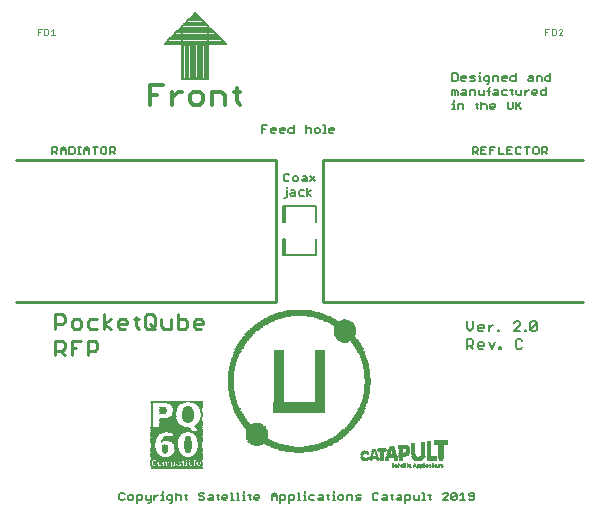
<source format=gto>
G75*
%MOIN*%
%OFA0B0*%
%FSLAX25Y25*%
%IPPOS*%
%LPD*%
%AMOC8*
5,1,8,0,0,1.08239X$1,22.5*
%
%ADD10C,0.00600*%
%ADD11C,0.01000*%
%ADD12C,0.01100*%
%ADD13C,0.00700*%
%ADD14C,0.01400*%
%ADD15C,0.00787*%
%ADD16C,0.00800*%
%ADD17C,0.00400*%
%ADD18R,0.00142X0.00047*%
%ADD19R,0.00094X0.00047*%
%ADD20R,0.00236X0.00047*%
%ADD21R,0.00189X0.00047*%
%ADD22R,0.00283X0.00047*%
%ADD23R,0.00614X0.00047*%
%ADD24R,0.00378X0.00047*%
%ADD25R,0.00520X0.00047*%
%ADD26R,0.00709X0.00047*%
%ADD27R,0.00425X0.00047*%
%ADD28R,0.00472X0.00047*%
%ADD29R,0.00756X0.00047*%
%ADD30R,0.00803X0.00047*%
%ADD31R,0.00850X0.00047*%
%ADD32R,0.00661X0.00047*%
%ADD33R,0.00331X0.00047*%
%ADD34R,0.01039X0.00047*%
%ADD35R,0.00047X0.00047*%
%ADD36R,0.00992X0.00047*%
%ADD37R,0.00898X0.00047*%
%ADD38R,0.00945X0.00047*%
%ADD39R,0.00567X0.00047*%
%ADD40R,0.01323X0.00047*%
%ADD41R,0.01134X0.00047*%
%ADD42R,0.01701X0.00047*%
%ADD43R,0.02409X0.00047*%
%ADD44R,0.01370X0.00047*%
%ADD45R,0.02031X0.00047*%
%ADD46R,0.02740X0.00047*%
%ADD47R,0.01559X0.00047*%
%ADD48R,0.02268X0.00047*%
%ADD49R,0.02882X0.00047*%
%ADD50R,0.01087X0.00047*%
%ADD51R,0.02457X0.00047*%
%ADD52R,0.02976X0.00047*%
%ADD53R,0.01276X0.00047*%
%ADD54R,0.01843X0.00047*%
%ADD55R,0.01181X0.00047*%
%ADD56R,0.02646X0.00047*%
%ADD57R,0.03071X0.00047*%
%ADD58R,0.01937X0.00047*%
%ADD59R,0.01228X0.00047*%
%ADD60R,0.02787X0.00047*%
%ADD61R,0.03165X0.00047*%
%ADD62R,0.01417X0.00047*%
%ADD63R,0.02079X0.00047*%
%ADD64R,0.03260X0.00047*%
%ADD65R,0.01465X0.00047*%
%ADD66R,0.02173X0.00047*%
%ADD67R,0.02220X0.00047*%
%ADD68R,0.03213X0.00047*%
%ADD69R,0.03307X0.00047*%
%ADD70R,0.02315X0.00047*%
%ADD71R,0.03354X0.00047*%
%ADD72R,0.01606X0.00047*%
%ADD73R,0.03449X0.00047*%
%ADD74R,0.01654X0.00047*%
%ADD75R,0.03543X0.00047*%
%ADD76R,0.03638X0.00047*%
%ADD77R,0.03402X0.00047*%
%ADD78R,0.03685X0.00047*%
%ADD79R,0.02504X0.00047*%
%ADD80R,0.03780X0.00047*%
%ADD81R,0.02551X0.00047*%
%ADD82R,0.03827X0.00047*%
%ADD83R,0.03921X0.00047*%
%ADD84R,0.01748X0.00047*%
%ADD85R,0.03969X0.00047*%
%ADD86R,0.04016X0.00047*%
%ADD87R,0.03118X0.00047*%
%ADD88R,0.04110X0.00047*%
%ADD89R,0.04063X0.00047*%
%ADD90R,0.04205X0.00047*%
%ADD91R,0.03024X0.00047*%
%ADD92R,0.04299X0.00047*%
%ADD93R,0.02929X0.00047*%
%ADD94R,0.01984X0.00047*%
%ADD95R,0.02835X0.00047*%
%ADD96R,0.03732X0.00047*%
%ADD97R,0.02362X0.00047*%
%ADD98R,0.02598X0.00047*%
%ADD99R,0.01512X0.00047*%
%ADD100R,0.03496X0.00047*%
%ADD101R,0.03591X0.00047*%
%ADD102R,0.02693X0.00047*%
%ADD103R,0.02126X0.00047*%
%ADD104R,0.01890X0.00047*%
%ADD105R,0.01795X0.00047*%
%ADD106R,0.04394X0.00047*%
%ADD107R,0.04583X0.00047*%
%ADD108R,0.04630X0.00047*%
%ADD109R,0.04677X0.00047*%
%ADD110R,0.04772X0.00047*%
%ADD111R,0.04866X0.00047*%
%ADD112R,0.17300X0.00100*%
%ADD113R,0.06800X0.00100*%
%ADD114R,0.10000X0.00100*%
%ADD115R,0.01000X0.00100*%
%ADD116R,0.00800X0.00100*%
%ADD117R,0.00400X0.00100*%
%ADD118R,0.00200X0.00100*%
%ADD119R,0.00900X0.00100*%
%ADD120R,0.00700X0.00100*%
%ADD121R,0.00300X0.00100*%
%ADD122R,0.00600X0.00100*%
%ADD123R,0.00100X0.00100*%
%ADD124R,0.00500X0.00100*%
%ADD125R,0.01500X0.00100*%
%ADD126R,0.01200X0.00100*%
%ADD127R,0.01300X0.00100*%
%ADD128R,0.01400X0.00100*%
%ADD129R,0.01600X0.00100*%
%ADD130R,0.01700X0.00100*%
%ADD131R,0.08700X0.00100*%
%ADD132R,0.02300X0.00100*%
%ADD133R,0.04200X0.00100*%
%ADD134R,0.06300X0.00100*%
%ADD135R,0.04300X0.00100*%
%ADD136R,0.03800X0.00100*%
%ADD137R,0.05400X0.00100*%
%ADD138R,0.03500X0.00100*%
%ADD139R,0.04800X0.00100*%
%ADD140R,0.03300X0.00100*%
%ADD141R,0.04400X0.00100*%
%ADD142R,0.03100X0.00100*%
%ADD143R,0.04000X0.00100*%
%ADD144R,0.03000X0.00100*%
%ADD145R,0.02800X0.00100*%
%ADD146R,0.03400X0.00100*%
%ADD147R,0.02900X0.00100*%
%ADD148R,0.02700X0.00100*%
%ADD149R,0.03200X0.00100*%
%ADD150R,0.02600X0.00100*%
%ADD151R,0.02500X0.00100*%
%ADD152R,0.02400X0.00100*%
%ADD153R,0.02200X0.00100*%
%ADD154R,0.01100X0.00100*%
%ADD155R,0.02100X0.00100*%
%ADD156R,0.02000X0.00100*%
%ADD157R,0.01900X0.00100*%
%ADD158R,0.01800X0.00100*%
%ADD159R,0.05500X0.00100*%
%ADD160R,0.05600X0.00100*%
%ADD161R,0.05300X0.00100*%
%ADD162R,0.03700X0.00100*%
%ADD163R,0.03600X0.00100*%
%ADD164R,0.04100X0.00100*%
%ADD165R,0.04900X0.00100*%
%ADD166R,0.05000X0.00100*%
%ADD167R,0.06200X0.00100*%
%ADD168R,0.14200X0.00100*%
%ADD169R,0.14000X0.00100*%
%ADD170R,0.13900X0.00100*%
%ADD171R,0.13800X0.00100*%
%ADD172R,0.13700X0.00100*%
%ADD173R,0.13600X0.00100*%
%ADD174R,0.13500X0.00100*%
%ADD175R,0.13400X0.00100*%
%ADD176R,0.13300X0.00100*%
%ADD177R,0.13200X0.00100*%
%ADD178R,0.13100X0.00100*%
%ADD179R,0.13000X0.00100*%
%ADD180R,0.12900X0.00100*%
%ADD181R,0.12800X0.00100*%
%ADD182R,0.11900X0.00100*%
%ADD183R,0.08300X0.00100*%
%ADD184R,0.08000X0.00100*%
%ADD185R,0.07700X0.00100*%
%ADD186R,0.07500X0.00100*%
%ADD187R,0.07300X0.00100*%
%ADD188R,0.07100X0.00100*%
%ADD189R,0.07000X0.00100*%
%ADD190R,0.06700X0.00100*%
%ADD191R,0.06600X0.00100*%
%ADD192R,0.06500X0.00100*%
%ADD193R,0.06400X0.00100*%
%ADD194R,0.06100X0.00100*%
%ADD195R,0.06000X0.00100*%
%ADD196R,0.05900X0.00100*%
%ADD197R,0.05800X0.00100*%
%ADD198R,0.05700X0.00100*%
%ADD199R,0.03900X0.00100*%
%ADD200R,0.04600X0.00100*%
%ADD201R,0.05100X0.00100*%
%ADD202R,0.11300X0.00100*%
%ADD203R,0.11800X0.00100*%
%ADD204R,0.03400X0.00200*%
%ADD205R,0.07400X0.00200*%
%ADD206R,0.09400X0.00200*%
%ADD207R,0.11400X0.00200*%
%ADD208R,0.13000X0.00200*%
%ADD209R,0.14200X0.00200*%
%ADD210R,0.15400X0.00200*%
%ADD211R,0.16600X0.00200*%
%ADD212R,0.17800X0.00200*%
%ADD213R,0.18600X0.00200*%
%ADD214R,0.08200X0.00200*%
%ADD215R,0.07000X0.00200*%
%ADD216R,0.02200X0.00200*%
%ADD217R,0.06400X0.00200*%
%ADD218R,0.03200X0.00200*%
%ADD219R,0.05800X0.00200*%
%ADD220R,0.04000X0.00200*%
%ADD221R,0.05400X0.00200*%
%ADD222R,0.04600X0.00200*%
%ADD223R,0.05000X0.00200*%
%ADD224R,0.04800X0.00200*%
%ADD225R,0.09200X0.00200*%
%ADD226R,0.08800X0.00200*%
%ADD227R,0.04400X0.00200*%
%ADD228R,0.08600X0.00200*%
%ADD229R,0.04200X0.00200*%
%ADD230R,0.07800X0.00200*%
%ADD231R,0.07600X0.00200*%
%ADD232R,0.07200X0.00200*%
%ADD233R,0.03800X0.00200*%
%ADD234R,0.03600X0.00200*%
%ADD235R,0.03000X0.00200*%
%ADD236R,0.06800X0.00200*%
%ADD237R,0.02800X0.00200*%
%ADD238R,0.02600X0.00200*%
%ADD239R,0.02400X0.00200*%
%ADD240R,0.17400X0.00200*%
%ADD241R,0.02000X0.00200*%
%ADD242R,0.01800X0.00200*%
%ADD243R,0.06600X0.00200*%
%ADD244R,0.08000X0.00200*%
%ADD245R,0.01000X0.00200*%
%ADD246R,0.05600X0.00200*%
%ADD247R,0.06000X0.00200*%
%ADD248R,0.19000X0.00200*%
%ADD249R,0.18200X0.00200*%
%ADD250R,0.16200X0.00200*%
%ADD251R,0.15000X0.00200*%
%ADD252R,0.13800X0.00200*%
%ADD253R,0.12200X0.00200*%
%ADD254R,0.10600X0.00200*%
D10*
X0047863Y0007040D02*
X0048288Y0006615D01*
X0049139Y0006615D01*
X0049564Y0007040D01*
X0050763Y0007040D02*
X0050763Y0007891D01*
X0051188Y0008316D01*
X0052039Y0008316D01*
X0052464Y0007891D01*
X0052464Y0007040D01*
X0052039Y0006615D01*
X0051188Y0006615D01*
X0050763Y0007040D01*
X0049564Y0008741D02*
X0049139Y0009167D01*
X0048288Y0009167D01*
X0047863Y0008741D01*
X0047863Y0007040D01*
X0053663Y0006615D02*
X0054939Y0006615D01*
X0055364Y0007040D01*
X0055364Y0007891D01*
X0054939Y0008316D01*
X0053663Y0008316D01*
X0053663Y0005764D01*
X0056563Y0007040D02*
X0056989Y0006615D01*
X0058265Y0006615D01*
X0058265Y0006190D02*
X0057839Y0005764D01*
X0057414Y0005764D01*
X0058265Y0006190D02*
X0058265Y0008316D01*
X0059463Y0008316D02*
X0059463Y0006615D01*
X0059463Y0007466D02*
X0060314Y0008316D01*
X0060739Y0008316D01*
X0061880Y0008316D02*
X0062305Y0008316D01*
X0062305Y0006615D01*
X0061880Y0006615D02*
X0062731Y0006615D01*
X0063814Y0007040D02*
X0064239Y0006615D01*
X0065515Y0006615D01*
X0065515Y0006190D02*
X0065515Y0008316D01*
X0064239Y0008316D01*
X0063814Y0007891D01*
X0063814Y0007040D01*
X0064664Y0005764D02*
X0065089Y0005764D01*
X0065515Y0006190D01*
X0066714Y0006615D02*
X0066714Y0009167D01*
X0067139Y0008316D02*
X0066714Y0007891D01*
X0067139Y0008316D02*
X0067990Y0008316D01*
X0068415Y0007891D01*
X0068415Y0006615D01*
X0070039Y0007040D02*
X0070039Y0008741D01*
X0069614Y0008316D02*
X0070464Y0008316D01*
X0070039Y0007040D02*
X0070464Y0006615D01*
X0074447Y0007040D02*
X0074873Y0006615D01*
X0075723Y0006615D01*
X0076149Y0007040D01*
X0076149Y0007466D01*
X0075723Y0007891D01*
X0074873Y0007891D01*
X0074447Y0008316D01*
X0074447Y0008741D01*
X0074873Y0009167D01*
X0075723Y0009167D01*
X0076149Y0008741D01*
X0077773Y0008316D02*
X0078623Y0008316D01*
X0079049Y0007891D01*
X0079049Y0006615D01*
X0077773Y0006615D01*
X0077347Y0007040D01*
X0077773Y0007466D01*
X0079049Y0007466D01*
X0080248Y0008316D02*
X0081098Y0008316D01*
X0080673Y0008741D02*
X0080673Y0007040D01*
X0081098Y0006615D01*
X0082181Y0007040D02*
X0082181Y0007891D01*
X0082606Y0008316D01*
X0083457Y0008316D01*
X0083882Y0007891D01*
X0083882Y0007466D01*
X0082181Y0007466D01*
X0082181Y0007040D02*
X0082606Y0006615D01*
X0083457Y0006615D01*
X0085081Y0006615D02*
X0085932Y0006615D01*
X0085506Y0006615D02*
X0085506Y0009167D01*
X0085081Y0009167D01*
X0087014Y0009167D02*
X0087440Y0009167D01*
X0087440Y0006615D01*
X0087865Y0006615D02*
X0087014Y0006615D01*
X0088948Y0006615D02*
X0089798Y0006615D01*
X0089373Y0006615D02*
X0089373Y0008316D01*
X0088948Y0008316D01*
X0089373Y0009167D02*
X0089373Y0009592D01*
X0090881Y0008316D02*
X0091732Y0008316D01*
X0091307Y0008741D02*
X0091307Y0007040D01*
X0091732Y0006615D01*
X0092815Y0007040D02*
X0092815Y0007891D01*
X0093240Y0008316D01*
X0094091Y0008316D01*
X0094516Y0007891D01*
X0094516Y0007466D01*
X0092815Y0007466D01*
X0092815Y0007040D02*
X0093240Y0006615D01*
X0094091Y0006615D01*
X0098615Y0006615D02*
X0098615Y0008316D01*
X0099465Y0009167D01*
X0100316Y0008316D01*
X0100316Y0006615D01*
X0101515Y0006615D02*
X0102791Y0006615D01*
X0103216Y0007040D01*
X0103216Y0007891D01*
X0102791Y0008316D01*
X0101515Y0008316D01*
X0101515Y0005764D01*
X0100316Y0007891D02*
X0098615Y0007891D01*
X0104415Y0008316D02*
X0104415Y0005764D01*
X0104415Y0006615D02*
X0105691Y0006615D01*
X0106116Y0007040D01*
X0106116Y0007891D01*
X0105691Y0008316D01*
X0104415Y0008316D01*
X0107315Y0009167D02*
X0107741Y0009167D01*
X0107741Y0006615D01*
X0108166Y0006615D02*
X0107315Y0006615D01*
X0109249Y0006615D02*
X0110099Y0006615D01*
X0109674Y0006615D02*
X0109674Y0008316D01*
X0109249Y0008316D01*
X0109674Y0009167D02*
X0109674Y0009592D01*
X0111182Y0007891D02*
X0111182Y0007040D01*
X0111607Y0006615D01*
X0112883Y0006615D01*
X0114082Y0007040D02*
X0114507Y0007466D01*
X0115783Y0007466D01*
X0115783Y0007891D02*
X0115783Y0006615D01*
X0114507Y0006615D01*
X0114082Y0007040D01*
X0114507Y0008316D02*
X0115358Y0008316D01*
X0115783Y0007891D01*
X0116982Y0008316D02*
X0117833Y0008316D01*
X0117408Y0008741D02*
X0117408Y0007040D01*
X0117833Y0006615D01*
X0118916Y0006615D02*
X0119766Y0006615D01*
X0119341Y0006615D02*
X0119341Y0008316D01*
X0118916Y0008316D01*
X0119341Y0009167D02*
X0119341Y0009592D01*
X0120849Y0007891D02*
X0120849Y0007040D01*
X0121274Y0006615D01*
X0122125Y0006615D01*
X0122550Y0007040D01*
X0122550Y0007891D01*
X0122125Y0008316D01*
X0121274Y0008316D01*
X0120849Y0007891D01*
X0123749Y0008316D02*
X0123749Y0006615D01*
X0123749Y0008316D02*
X0125025Y0008316D01*
X0125450Y0007891D01*
X0125450Y0006615D01*
X0126649Y0006615D02*
X0127925Y0006615D01*
X0128350Y0007040D01*
X0127925Y0007466D01*
X0127075Y0007466D01*
X0126649Y0007891D01*
X0127075Y0008316D01*
X0128350Y0008316D01*
X0132450Y0008741D02*
X0132450Y0007040D01*
X0132875Y0006615D01*
X0133725Y0006615D01*
X0134151Y0007040D01*
X0135350Y0007040D02*
X0135775Y0007466D01*
X0137051Y0007466D01*
X0137051Y0007891D02*
X0137051Y0006615D01*
X0135775Y0006615D01*
X0135350Y0007040D01*
X0135775Y0008316D02*
X0136626Y0008316D01*
X0137051Y0007891D01*
X0138250Y0008316D02*
X0139100Y0008316D01*
X0138675Y0008741D02*
X0138675Y0007040D01*
X0139100Y0006615D01*
X0140183Y0007040D02*
X0140608Y0007466D01*
X0141884Y0007466D01*
X0141884Y0007891D02*
X0141884Y0006615D01*
X0140608Y0006615D01*
X0140183Y0007040D01*
X0140608Y0008316D02*
X0141459Y0008316D01*
X0141884Y0007891D01*
X0143083Y0008316D02*
X0143083Y0005764D01*
X0143083Y0006615D02*
X0144359Y0006615D01*
X0144784Y0007040D01*
X0144784Y0007891D01*
X0144359Y0008316D01*
X0143083Y0008316D01*
X0145983Y0008316D02*
X0145983Y0007040D01*
X0146409Y0006615D01*
X0147685Y0006615D01*
X0147685Y0008316D01*
X0148883Y0009167D02*
X0149309Y0009167D01*
X0149309Y0006615D01*
X0149734Y0006615D02*
X0148883Y0006615D01*
X0151242Y0007040D02*
X0151242Y0008741D01*
X0150817Y0008316D02*
X0151667Y0008316D01*
X0151242Y0007040D02*
X0151667Y0006615D01*
X0155650Y0006615D02*
X0157352Y0008316D01*
X0157352Y0008741D01*
X0156926Y0009167D01*
X0156076Y0009167D01*
X0155650Y0008741D01*
X0155650Y0006615D02*
X0157352Y0006615D01*
X0158550Y0007040D02*
X0158550Y0008741D01*
X0158976Y0009167D01*
X0159826Y0009167D01*
X0160252Y0008741D01*
X0158550Y0007040D01*
X0158976Y0006615D01*
X0159826Y0006615D01*
X0160252Y0007040D01*
X0160252Y0008741D01*
X0161451Y0008316D02*
X0162301Y0009167D01*
X0162301Y0006615D01*
X0161451Y0006615D02*
X0163152Y0006615D01*
X0164351Y0007040D02*
X0164776Y0006615D01*
X0165627Y0006615D01*
X0166052Y0007040D01*
X0166052Y0008741D01*
X0165627Y0009167D01*
X0164776Y0009167D01*
X0164351Y0008741D01*
X0164351Y0008316D01*
X0164776Y0007891D01*
X0166052Y0007891D01*
X0134151Y0008741D02*
X0133725Y0009167D01*
X0132875Y0009167D01*
X0132450Y0008741D01*
X0112883Y0008316D02*
X0111607Y0008316D01*
X0111182Y0007891D01*
X0062305Y0009167D02*
X0062305Y0009592D01*
X0056563Y0008316D02*
X0056563Y0007040D01*
X0102798Y0107339D02*
X0103223Y0107339D01*
X0103649Y0107764D01*
X0103649Y0109891D01*
X0103649Y0110742D02*
X0103649Y0111167D01*
X0104074Y0112914D02*
X0103223Y0112914D01*
X0102798Y0113339D01*
X0102798Y0115041D01*
X0103223Y0115466D01*
X0104074Y0115466D01*
X0104499Y0115041D01*
X0105698Y0114190D02*
X0105698Y0113339D01*
X0106123Y0112914D01*
X0106974Y0112914D01*
X0107399Y0113339D01*
X0107399Y0114190D01*
X0106974Y0114615D01*
X0106123Y0114615D01*
X0105698Y0114190D01*
X0104499Y0113339D02*
X0104074Y0112914D01*
X0105157Y0109891D02*
X0106007Y0109891D01*
X0106433Y0109466D01*
X0106433Y0108190D01*
X0105157Y0108190D01*
X0104731Y0108615D01*
X0105157Y0109040D01*
X0106433Y0109040D01*
X0107631Y0108615D02*
X0108057Y0108190D01*
X0109333Y0108190D01*
X0110532Y0108190D02*
X0110532Y0110742D01*
X0109333Y0109891D02*
X0108057Y0109891D01*
X0107631Y0109466D01*
X0107631Y0108615D01*
X0110532Y0109040D02*
X0111807Y0108190D01*
X0110532Y0109040D02*
X0111807Y0109891D01*
X0111498Y0112914D02*
X0113199Y0114615D01*
X0111498Y0114615D02*
X0113199Y0112914D01*
X0110299Y0112914D02*
X0110299Y0114190D01*
X0109874Y0114615D01*
X0109023Y0114615D01*
X0109023Y0113765D02*
X0110299Y0113765D01*
X0110299Y0112914D02*
X0109023Y0112914D01*
X0108598Y0113339D01*
X0109023Y0113765D01*
X0110001Y0129056D02*
X0110001Y0131608D01*
X0110427Y0130757D02*
X0111277Y0130757D01*
X0111703Y0130332D01*
X0111703Y0129056D01*
X0112901Y0129481D02*
X0112901Y0130332D01*
X0113327Y0130757D01*
X0114177Y0130757D01*
X0114603Y0130332D01*
X0114603Y0129481D01*
X0114177Y0129056D01*
X0113327Y0129056D01*
X0112901Y0129481D01*
X0110427Y0130757D02*
X0110001Y0130332D01*
X0105902Y0130757D02*
X0104626Y0130757D01*
X0104201Y0130332D01*
X0104201Y0129481D01*
X0104626Y0129056D01*
X0105902Y0129056D01*
X0105902Y0131608D01*
X0103002Y0130332D02*
X0103002Y0129906D01*
X0101301Y0129906D01*
X0101301Y0129481D02*
X0101301Y0130332D01*
X0101726Y0130757D01*
X0102577Y0130757D01*
X0103002Y0130332D01*
X0102577Y0129056D02*
X0101726Y0129056D01*
X0101301Y0129481D01*
X0100102Y0129906D02*
X0098401Y0129906D01*
X0098401Y0129481D02*
X0098401Y0130332D01*
X0098826Y0130757D01*
X0099677Y0130757D01*
X0100102Y0130332D01*
X0100102Y0129906D01*
X0099677Y0129056D02*
X0098826Y0129056D01*
X0098401Y0129481D01*
X0096351Y0130332D02*
X0095501Y0130332D01*
X0095501Y0131608D02*
X0097202Y0131608D01*
X0095501Y0131608D02*
X0095501Y0129056D01*
X0115802Y0129056D02*
X0116652Y0129056D01*
X0116227Y0129056D02*
X0116227Y0131608D01*
X0115802Y0131608D01*
X0117735Y0130332D02*
X0117735Y0129481D01*
X0118160Y0129056D01*
X0119011Y0129056D01*
X0119436Y0129906D02*
X0117735Y0129906D01*
X0117735Y0130332D02*
X0118160Y0130757D01*
X0119011Y0130757D01*
X0119436Y0130332D01*
X0119436Y0129906D01*
X0158887Y0136930D02*
X0159737Y0136930D01*
X0159312Y0136930D02*
X0159312Y0138631D01*
X0158887Y0138631D01*
X0159312Y0139482D02*
X0159312Y0139907D01*
X0159737Y0141654D02*
X0159737Y0142930D01*
X0160163Y0143356D01*
X0160588Y0142930D01*
X0160588Y0141654D01*
X0161787Y0142080D02*
X0162212Y0142505D01*
X0163488Y0142505D01*
X0163488Y0142930D02*
X0163488Y0141654D01*
X0162212Y0141654D01*
X0161787Y0142080D01*
X0162212Y0143356D02*
X0163063Y0143356D01*
X0163488Y0142930D01*
X0164687Y0143356D02*
X0165963Y0143356D01*
X0166388Y0142930D01*
X0166388Y0141654D01*
X0167587Y0142080D02*
X0168012Y0141654D01*
X0169288Y0141654D01*
X0169288Y0143356D01*
X0170487Y0142930D02*
X0171338Y0142930D01*
X0170912Y0143781D02*
X0170912Y0141654D01*
X0172420Y0142080D02*
X0172846Y0142505D01*
X0174122Y0142505D01*
X0174122Y0142930D02*
X0174122Y0141654D01*
X0172846Y0141654D01*
X0172420Y0142080D01*
X0172846Y0143356D02*
X0173696Y0143356D01*
X0174122Y0142930D01*
X0175321Y0142930D02*
X0175746Y0143356D01*
X0177022Y0143356D01*
X0178221Y0143356D02*
X0179071Y0143356D01*
X0178646Y0143781D02*
X0178646Y0142080D01*
X0179071Y0141654D01*
X0180154Y0142080D02*
X0180579Y0141654D01*
X0181855Y0141654D01*
X0181855Y0143356D01*
X0183054Y0143356D02*
X0183054Y0141654D01*
X0183054Y0142505D02*
X0183905Y0143356D01*
X0184330Y0143356D01*
X0185471Y0142930D02*
X0185896Y0143356D01*
X0186747Y0143356D01*
X0187172Y0142930D01*
X0187172Y0142505D01*
X0185471Y0142505D01*
X0185471Y0142080D02*
X0185471Y0142930D01*
X0185471Y0142080D02*
X0185896Y0141654D01*
X0186747Y0141654D01*
X0188371Y0142080D02*
X0188371Y0142930D01*
X0188796Y0143356D01*
X0190072Y0143356D01*
X0190072Y0144206D02*
X0190072Y0141654D01*
X0188796Y0141654D01*
X0188371Y0142080D01*
X0188622Y0146379D02*
X0188622Y0147655D01*
X0188197Y0148080D01*
X0186921Y0148080D01*
X0186921Y0146379D01*
X0185722Y0146379D02*
X0184446Y0146379D01*
X0184021Y0146804D01*
X0184446Y0147229D01*
X0185722Y0147229D01*
X0185722Y0147655D02*
X0185722Y0146379D01*
X0185722Y0147655D02*
X0185297Y0148080D01*
X0184446Y0148080D01*
X0179922Y0148080D02*
X0178646Y0148080D01*
X0178221Y0147655D01*
X0178221Y0146804D01*
X0178646Y0146379D01*
X0179922Y0146379D01*
X0179922Y0148931D01*
X0177022Y0147655D02*
X0177022Y0147229D01*
X0175321Y0147229D01*
X0175321Y0146804D02*
X0175321Y0147655D01*
X0175746Y0148080D01*
X0176596Y0148080D01*
X0177022Y0147655D01*
X0176596Y0146379D02*
X0175746Y0146379D01*
X0175321Y0146804D01*
X0174122Y0146379D02*
X0174122Y0147655D01*
X0173696Y0148080D01*
X0172420Y0148080D01*
X0172420Y0146379D01*
X0171222Y0146379D02*
X0169946Y0146379D01*
X0169520Y0146804D01*
X0169520Y0147655D01*
X0169946Y0148080D01*
X0171222Y0148080D01*
X0171222Y0145953D01*
X0170796Y0145528D01*
X0170371Y0145528D01*
X0171338Y0144206D02*
X0170912Y0143781D01*
X0168438Y0146379D02*
X0167587Y0146379D01*
X0168012Y0146379D02*
X0168012Y0148080D01*
X0167587Y0148080D01*
X0168012Y0148931D02*
X0168012Y0149356D01*
X0166388Y0148080D02*
X0165112Y0148080D01*
X0164687Y0147655D01*
X0165112Y0147229D01*
X0165963Y0147229D01*
X0166388Y0146804D01*
X0165963Y0146379D01*
X0164687Y0146379D01*
X0163488Y0147229D02*
X0161787Y0147229D01*
X0161787Y0146804D02*
X0161787Y0147655D01*
X0162212Y0148080D01*
X0163063Y0148080D01*
X0163488Y0147655D01*
X0163488Y0147229D01*
X0163063Y0146379D02*
X0162212Y0146379D01*
X0161787Y0146804D01*
X0160588Y0146804D02*
X0160163Y0146379D01*
X0158887Y0146379D01*
X0158887Y0148931D01*
X0160163Y0148931D01*
X0160588Y0148505D01*
X0160588Y0146804D01*
X0159312Y0143356D02*
X0159737Y0142930D01*
X0159312Y0143356D02*
X0158887Y0143356D01*
X0158887Y0141654D01*
X0160820Y0138631D02*
X0162096Y0138631D01*
X0162521Y0138206D01*
X0162521Y0136930D01*
X0160820Y0136930D02*
X0160820Y0138631D01*
X0164687Y0141654D02*
X0164687Y0143356D01*
X0167587Y0143356D02*
X0167587Y0142080D01*
X0168554Y0139482D02*
X0168554Y0136930D01*
X0167471Y0136930D02*
X0167046Y0137355D01*
X0167046Y0139056D01*
X0166620Y0138631D02*
X0167471Y0138631D01*
X0168554Y0138206D02*
X0168979Y0138631D01*
X0169830Y0138631D01*
X0170255Y0138206D01*
X0170255Y0136930D01*
X0171454Y0137355D02*
X0171454Y0138206D01*
X0171879Y0138631D01*
X0172730Y0138631D01*
X0173155Y0138206D01*
X0173155Y0137781D01*
X0171454Y0137781D01*
X0171454Y0137355D02*
X0171879Y0136930D01*
X0172730Y0136930D01*
X0177254Y0137355D02*
X0177254Y0139482D01*
X0178955Y0139482D02*
X0178955Y0137355D01*
X0178530Y0136930D01*
X0177679Y0136930D01*
X0177254Y0137355D01*
X0180154Y0136930D02*
X0180154Y0139482D01*
X0180579Y0138206D02*
X0181855Y0136930D01*
X0180154Y0137781D02*
X0181855Y0139482D01*
X0180154Y0142080D02*
X0180154Y0143356D01*
X0177022Y0141654D02*
X0175746Y0141654D01*
X0175321Y0142080D01*
X0175321Y0142930D01*
X0189821Y0146804D02*
X0190246Y0146379D01*
X0191522Y0146379D01*
X0191522Y0148931D01*
X0191522Y0148080D02*
X0190246Y0148080D01*
X0189821Y0147655D01*
X0189821Y0146804D01*
X0190056Y0124521D02*
X0188780Y0124521D01*
X0188780Y0121969D01*
X0188780Y0122820D02*
X0190056Y0122820D01*
X0190482Y0123245D01*
X0190482Y0124096D01*
X0190056Y0124521D01*
X0189631Y0122820D02*
X0190482Y0121969D01*
X0187581Y0122395D02*
X0187581Y0124096D01*
X0187156Y0124521D01*
X0186306Y0124521D01*
X0185880Y0124096D01*
X0185880Y0122395D01*
X0186306Y0121969D01*
X0187156Y0121969D01*
X0187581Y0122395D01*
X0184681Y0124521D02*
X0182980Y0124521D01*
X0183831Y0124521D02*
X0183831Y0121969D01*
X0181781Y0122395D02*
X0181356Y0121969D01*
X0180505Y0121969D01*
X0180080Y0122395D01*
X0180080Y0124096D01*
X0180505Y0124521D01*
X0181356Y0124521D01*
X0181781Y0124096D01*
X0178881Y0124521D02*
X0177180Y0124521D01*
X0177180Y0121969D01*
X0178881Y0121969D01*
X0178031Y0123245D02*
X0177180Y0123245D01*
X0175981Y0121969D02*
X0174280Y0121969D01*
X0174280Y0124521D01*
X0173081Y0124521D02*
X0171380Y0124521D01*
X0171380Y0121969D01*
X0170181Y0121969D02*
X0168480Y0121969D01*
X0168480Y0124521D01*
X0170181Y0124521D01*
X0169330Y0123245D02*
X0168480Y0123245D01*
X0167281Y0123245D02*
X0166855Y0122820D01*
X0165580Y0122820D01*
X0166430Y0122820D02*
X0167281Y0121969D01*
X0167281Y0123245D02*
X0167281Y0124096D01*
X0166855Y0124521D01*
X0165580Y0124521D01*
X0165580Y0121969D01*
X0171380Y0123245D02*
X0172230Y0123245D01*
X0046457Y0123245D02*
X0046032Y0122820D01*
X0044756Y0122820D01*
X0045607Y0122820D02*
X0046457Y0121969D01*
X0046457Y0123245D02*
X0046457Y0124096D01*
X0046032Y0124521D01*
X0044756Y0124521D01*
X0044756Y0121969D01*
X0043557Y0122395D02*
X0043557Y0124096D01*
X0043132Y0124521D01*
X0042281Y0124521D01*
X0041856Y0124096D01*
X0041856Y0122395D01*
X0042281Y0121969D01*
X0043132Y0121969D01*
X0043557Y0122395D01*
X0040657Y0124521D02*
X0038956Y0124521D01*
X0039806Y0124521D02*
X0039806Y0121969D01*
X0037757Y0121969D02*
X0037757Y0123670D01*
X0036906Y0124521D01*
X0036056Y0123670D01*
X0036056Y0121969D01*
X0034973Y0121969D02*
X0034122Y0121969D01*
X0034548Y0121969D02*
X0034548Y0124521D01*
X0034973Y0124521D02*
X0034122Y0124521D01*
X0032923Y0124096D02*
X0032498Y0124521D01*
X0031222Y0124521D01*
X0031222Y0121969D01*
X0032498Y0121969D01*
X0032923Y0122395D01*
X0032923Y0124096D01*
X0036056Y0123245D02*
X0037757Y0123245D01*
X0030023Y0123245D02*
X0028322Y0123245D01*
X0028322Y0123670D02*
X0029173Y0124521D01*
X0030023Y0123670D01*
X0030023Y0121969D01*
X0028322Y0121969D02*
X0028322Y0123670D01*
X0027123Y0123245D02*
X0026698Y0122820D01*
X0025422Y0122820D01*
X0026273Y0122820D02*
X0027123Y0121969D01*
X0027123Y0123245D02*
X0027123Y0124096D01*
X0026698Y0124521D01*
X0025422Y0124521D01*
X0025422Y0121969D01*
D11*
X0013311Y0120094D02*
X0099925Y0120094D01*
X0099925Y0072850D01*
X0013311Y0072850D01*
X0115673Y0072850D02*
X0202287Y0072850D01*
X0202287Y0120094D02*
X0115673Y0120094D01*
X0115673Y0072850D01*
D12*
X0075886Y0066160D02*
X0075886Y0065358D01*
X0072680Y0065358D01*
X0072680Y0064556D02*
X0072680Y0066160D01*
X0073482Y0066961D01*
X0075085Y0066961D01*
X0075886Y0066160D01*
X0075085Y0063755D02*
X0073482Y0063755D01*
X0072680Y0064556D01*
X0070449Y0064556D02*
X0069647Y0063755D01*
X0067242Y0063755D01*
X0067242Y0068564D01*
X0067242Y0066961D02*
X0069647Y0066961D01*
X0070449Y0066160D01*
X0070449Y0064556D01*
X0065011Y0063755D02*
X0065011Y0066961D01*
X0065011Y0063755D02*
X0062606Y0063755D01*
X0061805Y0064556D01*
X0061805Y0066961D01*
X0059573Y0067763D02*
X0059573Y0064556D01*
X0058772Y0063755D01*
X0057168Y0063755D01*
X0056367Y0064556D01*
X0056367Y0067763D01*
X0057168Y0068564D01*
X0058772Y0068564D01*
X0059573Y0067763D01*
X0057970Y0065358D02*
X0059573Y0063755D01*
X0054345Y0063755D02*
X0053543Y0064556D01*
X0053543Y0067763D01*
X0052742Y0066961D02*
X0054345Y0066961D01*
X0050510Y0066160D02*
X0050510Y0065358D01*
X0047304Y0065358D01*
X0047304Y0064556D02*
X0047304Y0066160D01*
X0048106Y0066961D01*
X0049709Y0066961D01*
X0050510Y0066160D01*
X0049709Y0063755D02*
X0048106Y0063755D01*
X0047304Y0064556D01*
X0045177Y0063755D02*
X0042773Y0065358D01*
X0045177Y0066961D01*
X0042773Y0068564D02*
X0042773Y0063755D01*
X0040541Y0063755D02*
X0038136Y0063755D01*
X0037335Y0064556D01*
X0037335Y0066160D01*
X0038136Y0066961D01*
X0040541Y0066961D01*
X0035104Y0066160D02*
X0035104Y0064556D01*
X0034302Y0063755D01*
X0032699Y0063755D01*
X0031897Y0064556D01*
X0031897Y0066160D01*
X0032699Y0066961D01*
X0034302Y0066961D01*
X0035104Y0066160D01*
X0029666Y0066160D02*
X0028864Y0065358D01*
X0026459Y0065358D01*
X0026459Y0063755D02*
X0026459Y0068564D01*
X0028864Y0068564D01*
X0029666Y0067763D01*
X0029666Y0066160D01*
X0028864Y0059706D02*
X0026459Y0059706D01*
X0026459Y0054896D01*
X0026459Y0056500D02*
X0028864Y0056500D01*
X0029666Y0057301D01*
X0029666Y0058904D01*
X0028864Y0059706D01*
X0031897Y0059706D02*
X0035104Y0059706D01*
X0037335Y0059706D02*
X0039740Y0059706D01*
X0040541Y0058904D01*
X0040541Y0057301D01*
X0039740Y0056500D01*
X0037335Y0056500D01*
X0037335Y0054896D02*
X0037335Y0059706D01*
X0033500Y0057301D02*
X0031897Y0057301D01*
X0031897Y0054896D02*
X0031897Y0059706D01*
X0028063Y0056500D02*
X0029666Y0054896D01*
D13*
X0163661Y0057059D02*
X0163661Y0060298D01*
X0165281Y0060298D01*
X0165821Y0059758D01*
X0165821Y0058679D01*
X0165281Y0058139D01*
X0163661Y0058139D01*
X0164741Y0058139D02*
X0165821Y0057059D01*
X0167286Y0057599D02*
X0167286Y0058679D01*
X0167826Y0059219D01*
X0168906Y0059219D01*
X0169446Y0058679D01*
X0169446Y0058139D01*
X0167286Y0058139D01*
X0167286Y0057599D02*
X0167826Y0057059D01*
X0168906Y0057059D01*
X0170911Y0059219D02*
X0171991Y0057059D01*
X0173071Y0059219D01*
X0174536Y0057599D02*
X0175076Y0057599D01*
X0175076Y0057059D01*
X0174536Y0057059D01*
X0174536Y0057599D01*
X0174472Y0062964D02*
X0173932Y0062964D01*
X0173932Y0063504D01*
X0174472Y0063504D01*
X0174472Y0062964D01*
X0172531Y0065124D02*
X0171991Y0065124D01*
X0170911Y0064044D01*
X0170911Y0062964D02*
X0170911Y0065124D01*
X0169446Y0064584D02*
X0169446Y0064044D01*
X0167286Y0064044D01*
X0167286Y0063504D02*
X0167286Y0064584D01*
X0167826Y0065124D01*
X0168906Y0065124D01*
X0169446Y0064584D01*
X0168906Y0062964D02*
X0167826Y0062964D01*
X0167286Y0063504D01*
X0165821Y0064044D02*
X0165821Y0066204D01*
X0163661Y0066204D02*
X0163661Y0064044D01*
X0164741Y0062964D01*
X0165821Y0064044D01*
X0179370Y0062964D02*
X0181530Y0065124D01*
X0181530Y0065664D01*
X0180990Y0066204D01*
X0179910Y0066204D01*
X0179370Y0065664D01*
X0179370Y0062964D02*
X0181530Y0062964D01*
X0182995Y0062964D02*
X0183535Y0062964D01*
X0183535Y0063504D01*
X0182995Y0063504D01*
X0182995Y0062964D01*
X0184808Y0063504D02*
X0184808Y0065664D01*
X0185348Y0066204D01*
X0186428Y0066204D01*
X0186967Y0065664D01*
X0184808Y0063504D01*
X0185348Y0062964D01*
X0186428Y0062964D01*
X0186967Y0063504D01*
X0186967Y0065664D01*
X0181594Y0060298D02*
X0180514Y0060298D01*
X0179974Y0059758D01*
X0179974Y0057599D01*
X0180514Y0057059D01*
X0181594Y0057059D01*
X0182134Y0057599D01*
X0182134Y0059758D02*
X0181594Y0060298D01*
D14*
X0088058Y0138511D02*
X0086978Y0139591D01*
X0086978Y0143911D01*
X0085898Y0142831D02*
X0088058Y0142831D01*
X0082968Y0141751D02*
X0082968Y0138511D01*
X0082968Y0141751D02*
X0081888Y0142831D01*
X0078648Y0142831D01*
X0078648Y0138511D01*
X0075717Y0139591D02*
X0075717Y0141751D01*
X0074637Y0142831D01*
X0072478Y0142831D01*
X0071398Y0141751D01*
X0071398Y0139591D01*
X0072478Y0138511D01*
X0074637Y0138511D01*
X0075717Y0139591D01*
X0068596Y0142831D02*
X0067516Y0142831D01*
X0065356Y0140671D01*
X0065356Y0138511D02*
X0065356Y0142831D01*
X0062425Y0144991D02*
X0058106Y0144991D01*
X0058106Y0138511D01*
X0058106Y0141751D02*
X0060265Y0141751D01*
D15*
X0068823Y0146866D02*
X0077484Y0146866D01*
X0077484Y0164583D01*
X0077091Y0164976D01*
X0069217Y0164976D01*
X0070004Y0165764D01*
X0076303Y0165764D01*
X0075516Y0166551D01*
X0070791Y0166551D01*
X0071579Y0167339D01*
X0074728Y0167339D01*
X0073941Y0168126D01*
X0072366Y0168126D01*
X0071579Y0167339D01*
X0072366Y0168126D02*
X0073154Y0168913D01*
X0073941Y0168126D01*
X0074728Y0167339D02*
X0075516Y0166551D01*
X0076303Y0165764D02*
X0077091Y0164976D01*
X0077484Y0164583D02*
X0077878Y0164189D01*
X0068429Y0164189D01*
X0067642Y0163402D01*
X0078665Y0163402D01*
X0079453Y0162614D01*
X0066854Y0162614D01*
X0066067Y0161827D01*
X0080240Y0161827D01*
X0081028Y0161039D01*
X0065673Y0161039D01*
X0064492Y0160252D01*
X0081815Y0160252D01*
X0082602Y0159465D01*
X0063705Y0159465D01*
X0064492Y0160252D01*
X0066067Y0161827D01*
X0066854Y0162614D02*
X0067642Y0163402D01*
X0068429Y0164189D02*
X0068823Y0164583D01*
X0068823Y0146866D01*
X0069217Y0147260D02*
X0069217Y0158283D01*
X0070004Y0158283D01*
X0070004Y0147260D01*
X0070791Y0147260D01*
X0070791Y0158283D01*
X0071579Y0158283D01*
X0071579Y0147260D01*
X0072366Y0147260D01*
X0072366Y0158283D01*
X0073154Y0158283D01*
X0073154Y0147260D01*
X0073941Y0147260D01*
X0073941Y0158283D01*
X0074728Y0158283D01*
X0074728Y0147260D01*
X0075516Y0147260D01*
X0075516Y0158283D01*
X0076303Y0158283D01*
X0076303Y0147260D01*
X0077091Y0147260D01*
X0077091Y0158283D01*
X0080240Y0161827D02*
X0079453Y0162614D01*
X0078665Y0163402D02*
X0077878Y0164189D01*
X0081028Y0161039D02*
X0081815Y0160252D01*
X0082602Y0159465D02*
X0083390Y0158677D01*
X0062917Y0158677D01*
X0063705Y0159465D01*
X0068823Y0164583D02*
X0069217Y0164976D01*
X0070004Y0165764D02*
X0070791Y0166551D01*
D16*
X0102287Y0104740D02*
X0103075Y0104740D01*
X0103075Y0099228D01*
X0102287Y0099228D01*
X0102287Y0104740D01*
X0102681Y0104346D02*
X0102681Y0099228D01*
X0102681Y0093717D02*
X0102681Y0088598D01*
X0102287Y0088205D02*
X0103075Y0088205D01*
X0113311Y0088205D01*
X0113311Y0093717D01*
X0113311Y0099228D02*
X0113311Y0104740D01*
X0103075Y0104740D01*
X0103075Y0093717D02*
X0102287Y0093717D01*
X0102287Y0088205D01*
X0103075Y0088205D02*
X0103075Y0093717D01*
D17*
X0026257Y0161633D02*
X0024948Y0161633D01*
X0025602Y0161633D02*
X0025602Y0163597D01*
X0024948Y0162942D01*
X0024082Y0163270D02*
X0023755Y0163597D01*
X0022773Y0163597D01*
X0022773Y0161633D01*
X0023755Y0161633D01*
X0024082Y0161960D01*
X0024082Y0163270D01*
X0021907Y0163597D02*
X0020598Y0163597D01*
X0020598Y0161633D01*
X0020598Y0162615D02*
X0021252Y0162615D01*
X0189889Y0162615D02*
X0190544Y0162615D01*
X0191198Y0163597D02*
X0189889Y0163597D01*
X0189889Y0161633D01*
X0192064Y0161633D02*
X0192064Y0163597D01*
X0193046Y0163597D01*
X0193373Y0163270D01*
X0193373Y0161960D01*
X0193046Y0161633D01*
X0192064Y0161633D01*
X0194239Y0161633D02*
X0195548Y0162942D01*
X0195548Y0163270D01*
X0195221Y0163597D01*
X0194566Y0163597D01*
X0194239Y0163270D01*
X0194239Y0161633D02*
X0195548Y0161633D01*
D18*
X0152272Y0018598D03*
X0152839Y0018268D03*
X0151705Y0018268D03*
X0149815Y0018268D03*
X0149390Y0018693D03*
X0148303Y0018268D03*
X0147264Y0018268D03*
X0147264Y0016945D03*
X0144004Y0018598D03*
X0143484Y0018693D03*
X0143484Y0018268D03*
X0143484Y0017370D03*
X0141075Y0018598D03*
X0140555Y0018268D03*
D19*
X0139209Y0018646D03*
X0142280Y0017606D03*
X0145209Y0017606D03*
X0148327Y0016945D03*
X0150736Y0018031D03*
X0155697Y0018031D03*
D20*
X0155673Y0018079D03*
X0155295Y0018079D03*
X0154870Y0017984D03*
X0154870Y0017937D03*
X0154870Y0017890D03*
X0154870Y0017843D03*
X0154870Y0017795D03*
X0154870Y0017748D03*
X0154870Y0017701D03*
X0154870Y0017654D03*
X0154870Y0017606D03*
X0154870Y0017559D03*
X0154870Y0017512D03*
X0154870Y0017465D03*
X0154870Y0017417D03*
X0154870Y0017370D03*
X0155248Y0017559D03*
X0155720Y0017559D03*
X0155720Y0017606D03*
X0154256Y0017417D03*
X0153878Y0017701D03*
X0153878Y0017748D03*
X0153878Y0017890D03*
X0153547Y0017323D03*
X0153217Y0017701D03*
X0153217Y0017748D03*
X0153217Y0017795D03*
X0153217Y0017843D03*
X0153217Y0017890D03*
X0152839Y0017890D03*
X0152839Y0017937D03*
X0152839Y0017984D03*
X0152839Y0018031D03*
X0152839Y0018079D03*
X0152839Y0018126D03*
X0152839Y0018173D03*
X0152839Y0018220D03*
X0152839Y0018457D03*
X0152839Y0018646D03*
X0152272Y0018551D03*
X0152272Y0018504D03*
X0152272Y0018457D03*
X0152272Y0018409D03*
X0152272Y0018362D03*
X0152272Y0018315D03*
X0152272Y0018031D03*
X0152272Y0017984D03*
X0152272Y0017937D03*
X0152272Y0017890D03*
X0152272Y0017843D03*
X0152272Y0017795D03*
X0152272Y0017748D03*
X0152272Y0017701D03*
X0152272Y0017654D03*
X0152272Y0017606D03*
X0152272Y0017559D03*
X0152272Y0017512D03*
X0152272Y0017465D03*
X0152272Y0017417D03*
X0152839Y0017417D03*
X0152839Y0017465D03*
X0152839Y0017512D03*
X0152839Y0017559D03*
X0152839Y0017606D03*
X0152839Y0017654D03*
X0152839Y0017701D03*
X0152839Y0017748D03*
X0152839Y0017795D03*
X0152839Y0017843D03*
X0151705Y0017843D03*
X0151705Y0017890D03*
X0151705Y0017937D03*
X0151705Y0017795D03*
X0151705Y0017748D03*
X0151705Y0017701D03*
X0151043Y0017701D03*
X0151043Y0017748D03*
X0151043Y0017795D03*
X0151043Y0017843D03*
X0151043Y0017890D03*
X0150713Y0017559D03*
X0150524Y0017323D03*
X0150193Y0017701D03*
X0150193Y0017748D03*
X0150193Y0017890D03*
X0149815Y0018220D03*
X0149815Y0018457D03*
X0149390Y0018457D03*
X0149390Y0018504D03*
X0149390Y0018551D03*
X0149390Y0018598D03*
X0149390Y0018646D03*
X0149390Y0018409D03*
X0149390Y0018362D03*
X0149390Y0018315D03*
X0149390Y0018268D03*
X0149390Y0018220D03*
X0149390Y0018173D03*
X0149390Y0018126D03*
X0149390Y0018079D03*
X0149390Y0018031D03*
X0149390Y0017984D03*
X0149390Y0017937D03*
X0149390Y0017890D03*
X0149390Y0017843D03*
X0149390Y0017795D03*
X0149390Y0017748D03*
X0149390Y0017701D03*
X0149390Y0017654D03*
X0149390Y0017606D03*
X0149390Y0017559D03*
X0149390Y0017512D03*
X0149390Y0017465D03*
X0149390Y0017417D03*
X0149815Y0017417D03*
X0147925Y0017701D03*
X0147925Y0017937D03*
X0147264Y0017890D03*
X0147264Y0017843D03*
X0147264Y0017795D03*
X0147264Y0017748D03*
X0147264Y0017323D03*
X0147264Y0017276D03*
X0147264Y0017228D03*
X0147264Y0017181D03*
X0147264Y0017134D03*
X0147264Y0017087D03*
X0147264Y0017039D03*
X0147264Y0016992D03*
X0147642Y0017323D03*
X0147264Y0018220D03*
X0146697Y0018126D03*
X0146697Y0018079D03*
X0146650Y0018220D03*
X0146650Y0018268D03*
X0146319Y0018268D03*
X0146319Y0018220D03*
X0146272Y0018126D03*
X0146224Y0017984D03*
X0146744Y0017937D03*
X0146461Y0018598D03*
X0146035Y0017417D03*
X0146035Y0017370D03*
X0145185Y0017937D03*
X0145185Y0017984D03*
X0144004Y0017984D03*
X0144004Y0017937D03*
X0144004Y0017890D03*
X0144004Y0017843D03*
X0144004Y0017795D03*
X0144004Y0017748D03*
X0144004Y0017701D03*
X0144004Y0017654D03*
X0144004Y0017606D03*
X0144004Y0017559D03*
X0144004Y0017512D03*
X0144004Y0017465D03*
X0144004Y0017417D03*
X0143484Y0017417D03*
X0143484Y0017465D03*
X0143484Y0017512D03*
X0143484Y0017559D03*
X0143484Y0017606D03*
X0143484Y0017654D03*
X0143484Y0017701D03*
X0143484Y0017748D03*
X0143484Y0017795D03*
X0143484Y0017843D03*
X0143484Y0017890D03*
X0143484Y0017937D03*
X0143484Y0017984D03*
X0143484Y0018031D03*
X0143484Y0018079D03*
X0143484Y0018126D03*
X0143484Y0018173D03*
X0143484Y0018220D03*
X0143484Y0018457D03*
X0143484Y0018646D03*
X0143059Y0018646D03*
X0143059Y0018598D03*
X0143059Y0018551D03*
X0143059Y0018504D03*
X0143059Y0018457D03*
X0143059Y0018409D03*
X0143059Y0018362D03*
X0143059Y0018315D03*
X0143059Y0018268D03*
X0143059Y0018220D03*
X0143059Y0018173D03*
X0143059Y0018126D03*
X0143059Y0018079D03*
X0143059Y0018031D03*
X0143059Y0017984D03*
X0143059Y0017937D03*
X0143059Y0017890D03*
X0143059Y0017843D03*
X0143059Y0017795D03*
X0143059Y0017748D03*
X0143059Y0017701D03*
X0143059Y0017654D03*
X0143059Y0017606D03*
X0143059Y0017559D03*
X0143059Y0017512D03*
X0143059Y0017465D03*
X0143059Y0017417D03*
X0142256Y0017937D03*
X0142256Y0017984D03*
X0141075Y0017984D03*
X0141075Y0017937D03*
X0141075Y0017890D03*
X0141075Y0017843D03*
X0141075Y0017795D03*
X0141075Y0017748D03*
X0141075Y0017701D03*
X0141075Y0017654D03*
X0141075Y0017606D03*
X0141075Y0017559D03*
X0141075Y0017512D03*
X0141075Y0017465D03*
X0141075Y0017417D03*
X0140555Y0017748D03*
X0140555Y0017795D03*
X0140555Y0017843D03*
X0140555Y0018220D03*
X0141075Y0018315D03*
X0141075Y0018362D03*
X0141075Y0018409D03*
X0141075Y0018457D03*
X0141075Y0018504D03*
X0141075Y0018551D03*
X0139894Y0017937D03*
X0139894Y0017654D03*
X0140177Y0017323D03*
X0139421Y0018362D03*
X0138902Y0017606D03*
X0144004Y0018315D03*
X0144004Y0018362D03*
X0144004Y0018409D03*
X0144004Y0018457D03*
X0144004Y0018504D03*
X0144004Y0018551D03*
X0134083Y0019591D03*
X0130587Y0020677D03*
D21*
X0140531Y0017370D03*
X0141098Y0017370D03*
X0142657Y0017370D03*
X0143083Y0017370D03*
X0144028Y0017370D03*
X0143083Y0018693D03*
X0142657Y0018693D03*
X0146909Y0017370D03*
X0148327Y0016992D03*
X0148705Y0017323D03*
X0149366Y0017370D03*
X0149791Y0017370D03*
X0149791Y0018693D03*
X0151350Y0017323D03*
X0151728Y0017370D03*
X0152248Y0017370D03*
X0152862Y0017370D03*
X0152862Y0018693D03*
X0154280Y0018268D03*
X0154280Y0017370D03*
D22*
X0154280Y0017465D03*
X0154280Y0017512D03*
X0154280Y0017559D03*
X0154280Y0017606D03*
X0154280Y0017654D03*
X0154280Y0017701D03*
X0154280Y0017748D03*
X0154280Y0017795D03*
X0154280Y0017843D03*
X0154280Y0017890D03*
X0154280Y0017937D03*
X0154280Y0017984D03*
X0154280Y0018031D03*
X0153902Y0017843D03*
X0153902Y0017795D03*
X0153854Y0017654D03*
X0153854Y0017937D03*
X0153854Y0017984D03*
X0153240Y0017984D03*
X0153240Y0017937D03*
X0153240Y0017654D03*
X0152862Y0018504D03*
X0151681Y0017984D03*
X0151681Y0017654D03*
X0151681Y0017606D03*
X0151067Y0017654D03*
X0151067Y0017937D03*
X0151067Y0017984D03*
X0151114Y0018031D03*
X0150217Y0017984D03*
X0150217Y0017937D03*
X0150169Y0017843D03*
X0150169Y0017795D03*
X0150217Y0017654D03*
X0149791Y0017654D03*
X0149791Y0017701D03*
X0149791Y0017748D03*
X0149791Y0017795D03*
X0149791Y0017843D03*
X0149791Y0017890D03*
X0149791Y0017937D03*
X0149791Y0017984D03*
X0149791Y0018031D03*
X0149791Y0018079D03*
X0149791Y0018126D03*
X0149791Y0018173D03*
X0149791Y0018504D03*
X0149791Y0018646D03*
X0149791Y0017606D03*
X0149791Y0017559D03*
X0149791Y0017512D03*
X0149791Y0017465D03*
X0148988Y0017654D03*
X0148988Y0017701D03*
X0148988Y0017748D03*
X0148988Y0017795D03*
X0148988Y0017843D03*
X0148988Y0017890D03*
X0148988Y0017937D03*
X0148988Y0017984D03*
X0148941Y0018031D03*
X0148941Y0017606D03*
X0148327Y0017701D03*
X0148327Y0017748D03*
X0148327Y0017795D03*
X0148327Y0017843D03*
X0148327Y0017890D03*
X0148327Y0017937D03*
X0147949Y0017890D03*
X0147949Y0017843D03*
X0147949Y0017795D03*
X0147949Y0017748D03*
X0147902Y0017654D03*
X0147902Y0017984D03*
X0147287Y0017984D03*
X0147287Y0017937D03*
X0147287Y0017701D03*
X0147287Y0017654D03*
X0146909Y0017512D03*
X0146909Y0017465D03*
X0146909Y0017417D03*
X0146862Y0017559D03*
X0146768Y0017843D03*
X0146768Y0017890D03*
X0146720Y0017984D03*
X0146720Y0018031D03*
X0146673Y0018173D03*
X0146295Y0018173D03*
X0146248Y0018079D03*
X0146248Y0018031D03*
X0146201Y0017937D03*
X0146201Y0017890D03*
X0146201Y0017843D03*
X0146059Y0017559D03*
X0146059Y0017512D03*
X0146059Y0017465D03*
X0145161Y0017559D03*
X0144878Y0017323D03*
X0144547Y0017654D03*
X0144547Y0017701D03*
X0144547Y0017937D03*
X0144547Y0017984D03*
X0144594Y0018031D03*
X0145114Y0018079D03*
X0145161Y0018031D03*
X0144028Y0018031D03*
X0143508Y0018504D03*
X0142657Y0018504D03*
X0142657Y0018551D03*
X0142657Y0018598D03*
X0142657Y0018646D03*
X0142657Y0018457D03*
X0142657Y0018409D03*
X0142657Y0018362D03*
X0142657Y0018315D03*
X0142657Y0018268D03*
X0142657Y0018220D03*
X0142657Y0018173D03*
X0142657Y0018126D03*
X0142657Y0018079D03*
X0142657Y0018031D03*
X0142657Y0017984D03*
X0142657Y0017937D03*
X0142657Y0017890D03*
X0142657Y0017843D03*
X0142657Y0017795D03*
X0142657Y0017748D03*
X0142657Y0017701D03*
X0142657Y0017654D03*
X0142657Y0017606D03*
X0142657Y0017559D03*
X0142657Y0017512D03*
X0142657Y0017465D03*
X0142657Y0017417D03*
X0142232Y0017559D03*
X0141949Y0017323D03*
X0141618Y0017654D03*
X0141618Y0017701D03*
X0141618Y0017937D03*
X0141618Y0017984D03*
X0141665Y0018031D03*
X0142185Y0018079D03*
X0142232Y0018031D03*
X0141098Y0018031D03*
X0140531Y0017984D03*
X0140531Y0017937D03*
X0140531Y0017890D03*
X0140531Y0017701D03*
X0140531Y0017654D03*
X0139917Y0017606D03*
X0139870Y0017701D03*
X0139870Y0017748D03*
X0139870Y0017795D03*
X0139870Y0017843D03*
X0139870Y0017890D03*
X0139917Y0017984D03*
X0139492Y0017748D03*
X0139492Y0017701D03*
X0139492Y0017654D03*
X0139161Y0017323D03*
X0138925Y0018315D03*
X0135476Y0019591D03*
X0131650Y0019591D03*
X0138594Y0024409D03*
X0148327Y0017370D03*
X0148327Y0017323D03*
X0148327Y0017276D03*
X0148327Y0017228D03*
X0148327Y0017181D03*
X0148327Y0017134D03*
X0148327Y0017087D03*
X0148327Y0017039D03*
X0154846Y0018031D03*
X0155272Y0018031D03*
X0155272Y0017984D03*
X0155319Y0017937D03*
X0155697Y0017654D03*
X0155461Y0017323D03*
D23*
X0155484Y0017417D03*
X0155531Y0018173D03*
X0153547Y0017417D03*
X0150524Y0017417D03*
X0144051Y0018079D03*
X0141122Y0018079D03*
X0139280Y0017937D03*
X0139091Y0018079D03*
X0139138Y0017370D03*
X0134083Y0019638D03*
X0132854Y0023370D03*
X0130587Y0021906D03*
D24*
X0129807Y0019543D03*
X0139965Y0017559D03*
X0140154Y0017370D03*
X0140484Y0017559D03*
X0141949Y0018268D03*
X0144878Y0018268D03*
X0146484Y0018504D03*
X0147335Y0017559D03*
X0147854Y0017559D03*
X0148374Y0018031D03*
X0148705Y0018268D03*
X0148705Y0017370D03*
X0151634Y0017559D03*
X0154657Y0018268D03*
X0155508Y0018268D03*
X0155650Y0017701D03*
D25*
X0155531Y0017795D03*
X0155531Y0018220D03*
X0153547Y0018220D03*
X0150524Y0017370D03*
X0147500Y0019543D03*
X0146461Y0018315D03*
X0144902Y0017370D03*
X0141972Y0017370D03*
X0139327Y0017890D03*
X0130587Y0021858D03*
X0145846Y0025449D03*
D26*
X0141642Y0019638D03*
X0141972Y0017417D03*
X0139138Y0017417D03*
X0139185Y0018457D03*
X0139185Y0018504D03*
X0144902Y0017417D03*
X0147500Y0017370D03*
X0148587Y0018220D03*
X0150476Y0018126D03*
X0150476Y0018079D03*
X0150476Y0017512D03*
X0151469Y0018220D03*
X0153547Y0018173D03*
X0153547Y0017465D03*
X0155484Y0017512D03*
D27*
X0155579Y0017748D03*
X0155390Y0017890D03*
X0154965Y0019591D03*
X0153547Y0018268D03*
X0151327Y0017370D03*
X0150524Y0018268D03*
X0148398Y0017559D03*
X0146461Y0018457D03*
X0139421Y0017843D03*
X0149154Y0025827D03*
D28*
X0146484Y0018409D03*
X0146484Y0018362D03*
X0147665Y0018220D03*
X0153571Y0017370D03*
X0155461Y0017370D03*
X0155461Y0017843D03*
X0140154Y0018220D03*
X0139209Y0018598D03*
X0139020Y0018126D03*
X0130563Y0020630D03*
D29*
X0131650Y0019685D03*
X0134059Y0019685D03*
X0139161Y0018409D03*
X0140295Y0017417D03*
X0141949Y0018126D03*
X0144878Y0018126D03*
X0147524Y0017417D03*
X0151445Y0017417D03*
X0149177Y0025780D03*
D30*
X0145846Y0025402D03*
X0138618Y0024362D03*
X0137012Y0019685D03*
X0139138Y0017465D03*
X0140272Y0017465D03*
X0140272Y0018173D03*
X0141972Y0017512D03*
X0141972Y0017465D03*
X0144902Y0017465D03*
X0144902Y0017512D03*
X0147547Y0017465D03*
X0147547Y0018173D03*
X0148587Y0018173D03*
X0148587Y0017417D03*
X0151421Y0017465D03*
X0151421Y0017512D03*
X0151421Y0018126D03*
X0151421Y0018173D03*
X0153547Y0018126D03*
X0153547Y0018079D03*
X0153547Y0017512D03*
X0154539Y0018173D03*
X0154539Y0018220D03*
X0154965Y0019638D03*
X0132382Y0022472D03*
X0130539Y0022000D03*
X0130539Y0020488D03*
D31*
X0129807Y0019591D03*
X0131650Y0019732D03*
X0131650Y0019780D03*
X0132217Y0021906D03*
X0132264Y0022047D03*
X0132264Y0022094D03*
X0132311Y0022189D03*
X0132311Y0022236D03*
X0132311Y0022283D03*
X0132358Y0022331D03*
X0132358Y0022378D03*
X0132358Y0022425D03*
X0132406Y0022520D03*
X0133303Y0022520D03*
X0133350Y0022425D03*
X0132878Y0023323D03*
X0129854Y0022850D03*
X0134059Y0019732D03*
X0135476Y0019685D03*
X0139161Y0017559D03*
X0139161Y0017512D03*
X0140248Y0017512D03*
X0140248Y0018079D03*
X0140248Y0018126D03*
X0147571Y0018126D03*
X0147571Y0018079D03*
X0147571Y0017512D03*
X0148610Y0017512D03*
X0148610Y0017465D03*
X0148610Y0018126D03*
X0151398Y0018079D03*
X0154563Y0018126D03*
X0151161Y0026110D03*
D32*
X0150500Y0018173D03*
X0150500Y0017465D03*
X0152295Y0018126D03*
X0152295Y0018173D03*
X0152295Y0018220D03*
X0155508Y0018126D03*
X0155461Y0017465D03*
X0144878Y0018173D03*
X0144028Y0018173D03*
X0144028Y0018126D03*
X0144028Y0018220D03*
X0141949Y0018173D03*
X0141098Y0018173D03*
X0141098Y0018126D03*
X0141098Y0018220D03*
X0140059Y0019638D03*
X0139209Y0018551D03*
X0139161Y0018031D03*
X0139209Y0017984D03*
X0137035Y0019638D03*
X0135476Y0019638D03*
X0130563Y0020535D03*
X0130563Y0021953D03*
D33*
X0130587Y0021811D03*
X0129831Y0022898D03*
X0137012Y0019591D03*
X0138949Y0018362D03*
X0138902Y0018268D03*
X0138902Y0018220D03*
X0138949Y0018173D03*
X0139469Y0017795D03*
X0139469Y0017606D03*
X0139941Y0018031D03*
X0140177Y0018268D03*
X0140508Y0018031D03*
X0140508Y0017606D03*
X0141642Y0017606D03*
X0141689Y0017559D03*
X0141689Y0018079D03*
X0141642Y0019591D03*
X0140083Y0019591D03*
X0143484Y0018598D03*
X0143484Y0018551D03*
X0144618Y0018079D03*
X0144571Y0017606D03*
X0144618Y0017559D03*
X0146461Y0018551D03*
X0147311Y0018031D03*
X0147642Y0018268D03*
X0147878Y0018031D03*
X0147878Y0017606D03*
X0148350Y0017606D03*
X0148350Y0017654D03*
X0148350Y0017984D03*
X0148917Y0017559D03*
X0150240Y0017606D03*
X0150287Y0017559D03*
X0150240Y0018031D03*
X0149815Y0018551D03*
X0149815Y0018598D03*
X0151327Y0018268D03*
X0151657Y0018031D03*
X0151138Y0017559D03*
X0151091Y0017606D03*
X0152839Y0018551D03*
X0152839Y0018598D03*
X0153264Y0018031D03*
X0153264Y0017606D03*
X0153311Y0017559D03*
X0153783Y0017559D03*
X0153831Y0017606D03*
X0153831Y0018031D03*
X0154303Y0018079D03*
X0154823Y0018079D03*
X0147311Y0017606D03*
D34*
X0146484Y0017606D03*
X0146484Y0017654D03*
X0141618Y0019732D03*
X0137035Y0019780D03*
X0135476Y0019827D03*
X0134059Y0019874D03*
X0134059Y0019921D03*
X0134059Y0019969D03*
X0131744Y0020205D03*
X0131744Y0020252D03*
X0131697Y0020063D03*
X0131697Y0020016D03*
X0128862Y0020630D03*
X0128862Y0021811D03*
X0128909Y0021906D03*
X0137886Y0022898D03*
X0137933Y0023039D03*
X0137980Y0023181D03*
X0137980Y0023228D03*
X0138028Y0023276D03*
X0138028Y0023323D03*
X0138594Y0024315D03*
X0151161Y0026063D03*
D35*
X0149815Y0018409D03*
X0152839Y0018409D03*
X0155248Y0017606D03*
X0146461Y0018646D03*
X0143484Y0018409D03*
X0138051Y0020535D03*
D36*
X0137012Y0019732D03*
X0135453Y0019780D03*
X0134083Y0019827D03*
X0133705Y0021197D03*
X0133705Y0021244D03*
X0133705Y0021291D03*
X0133610Y0021575D03*
X0132854Y0023276D03*
X0130492Y0022047D03*
X0128886Y0021858D03*
X0128839Y0021764D03*
X0128791Y0021669D03*
X0128791Y0020772D03*
X0128791Y0020724D03*
X0128839Y0020677D03*
X0131673Y0019969D03*
X0131673Y0019921D03*
X0131673Y0019874D03*
X0140083Y0019732D03*
X0146461Y0017701D03*
X0145846Y0025354D03*
X0154965Y0019685D03*
D37*
X0148634Y0018079D03*
X0144854Y0017890D03*
X0144854Y0017795D03*
X0144854Y0017748D03*
X0141925Y0017748D03*
X0141925Y0017795D03*
X0141925Y0017890D03*
X0141642Y0019685D03*
X0140083Y0019685D03*
X0133516Y0021906D03*
X0133469Y0022000D03*
X0133469Y0022047D03*
X0133421Y0022142D03*
X0133421Y0022189D03*
X0133421Y0022236D03*
X0133374Y0022283D03*
X0133374Y0022331D03*
X0133374Y0022378D03*
X0133327Y0022472D03*
X0132287Y0022142D03*
X0132240Y0022000D03*
X0132240Y0021953D03*
X0132193Y0021858D03*
X0132193Y0021811D03*
X0132193Y0021764D03*
X0132146Y0021717D03*
X0132146Y0021669D03*
X0132146Y0021622D03*
X0132098Y0021528D03*
X0132098Y0021480D03*
X0132051Y0021339D03*
X0130492Y0020441D03*
X0128744Y0020961D03*
X0128744Y0021008D03*
X0128744Y0021433D03*
X0128744Y0021480D03*
D38*
X0128768Y0021528D03*
X0128768Y0021575D03*
X0128768Y0021622D03*
X0128815Y0021717D03*
X0128720Y0021386D03*
X0128720Y0021339D03*
X0128720Y0021291D03*
X0128720Y0021244D03*
X0128720Y0021197D03*
X0128720Y0021150D03*
X0128720Y0021102D03*
X0128720Y0021055D03*
X0128768Y0020913D03*
X0128768Y0020866D03*
X0128768Y0020819D03*
X0131650Y0019827D03*
X0132028Y0021197D03*
X0132028Y0021244D03*
X0132028Y0021291D03*
X0132075Y0021386D03*
X0132075Y0021433D03*
X0132122Y0021575D03*
X0133445Y0022094D03*
X0133492Y0021953D03*
X0133539Y0021858D03*
X0133539Y0021811D03*
X0133539Y0021764D03*
X0133587Y0021717D03*
X0133587Y0021669D03*
X0133587Y0021622D03*
X0133634Y0021528D03*
X0133634Y0021480D03*
X0133634Y0021433D03*
X0133681Y0021386D03*
X0133681Y0021339D03*
X0134059Y0019780D03*
X0135476Y0019732D03*
X0141949Y0017843D03*
X0144878Y0017843D03*
X0146484Y0017795D03*
X0146484Y0017748D03*
X0149177Y0025732D03*
D39*
X0151161Y0026157D03*
X0150547Y0018220D03*
X0152295Y0018268D03*
X0152295Y0018079D03*
X0144878Y0018220D03*
X0144028Y0018268D03*
X0141949Y0018220D03*
X0141098Y0018268D03*
X0131650Y0019638D03*
X0130563Y0020583D03*
D40*
X0132878Y0023039D03*
X0132878Y0023087D03*
X0137177Y0020488D03*
X0137130Y0020394D03*
X0137130Y0020346D03*
X0137083Y0020252D03*
X0137083Y0020205D03*
X0137083Y0020157D03*
X0140059Y0020063D03*
X0140059Y0020016D03*
X0140059Y0019969D03*
X0141618Y0019969D03*
X0138594Y0024220D03*
X0147524Y0019591D03*
X0149177Y0025543D03*
X0151161Y0025921D03*
D41*
X0154941Y0019732D03*
X0141618Y0019780D03*
X0140059Y0019827D03*
X0137035Y0019874D03*
X0135476Y0019921D03*
X0135476Y0019969D03*
X0135476Y0020016D03*
X0135476Y0020063D03*
X0135476Y0020110D03*
X0135476Y0020157D03*
X0135476Y0020205D03*
X0135476Y0020252D03*
X0135476Y0020299D03*
X0135476Y0020346D03*
X0135476Y0020394D03*
X0135476Y0020441D03*
X0135476Y0020488D03*
X0135476Y0020535D03*
X0135476Y0020583D03*
X0135476Y0020630D03*
X0135476Y0020677D03*
X0135476Y0020724D03*
X0135476Y0020772D03*
X0135476Y0020819D03*
X0135476Y0020866D03*
X0135476Y0020913D03*
X0135476Y0020961D03*
X0135476Y0021008D03*
X0135476Y0021055D03*
X0135476Y0021102D03*
X0135476Y0021150D03*
X0135476Y0021197D03*
X0135476Y0021244D03*
X0135476Y0021291D03*
X0135476Y0021339D03*
X0135476Y0021386D03*
X0135476Y0021433D03*
X0135476Y0021480D03*
X0135476Y0021528D03*
X0135476Y0021575D03*
X0135476Y0021622D03*
X0135476Y0021669D03*
X0135476Y0021717D03*
X0135476Y0021764D03*
X0135476Y0021811D03*
X0135476Y0021858D03*
X0135476Y0021906D03*
X0135476Y0021953D03*
X0135476Y0022000D03*
X0135476Y0022047D03*
X0135476Y0022094D03*
X0135476Y0022142D03*
X0135476Y0022189D03*
X0135476Y0022236D03*
X0135476Y0022283D03*
X0135476Y0022331D03*
X0135476Y0022378D03*
X0135476Y0022425D03*
X0135476Y0022472D03*
X0135476Y0022520D03*
X0135476Y0022567D03*
X0135476Y0022614D03*
X0135476Y0022661D03*
X0137650Y0022236D03*
X0137650Y0022189D03*
X0137650Y0022142D03*
X0137650Y0022094D03*
X0137602Y0022000D03*
X0137555Y0021858D03*
X0137697Y0022283D03*
X0137697Y0022331D03*
X0137697Y0022378D03*
X0137744Y0022425D03*
X0137744Y0022472D03*
X0137791Y0022614D03*
X0137839Y0022756D03*
X0139209Y0023087D03*
X0139209Y0023134D03*
X0139209Y0023181D03*
X0139161Y0023276D03*
X0139161Y0023323D03*
X0139256Y0023039D03*
X0139256Y0022992D03*
X0139256Y0022945D03*
X0139303Y0022850D03*
X0139303Y0022803D03*
X0139350Y0022661D03*
X0129854Y0022803D03*
X0129004Y0022000D03*
X0128957Y0020488D03*
X0129807Y0019638D03*
D42*
X0129807Y0019780D03*
X0129854Y0022661D03*
X0132878Y0022614D03*
X0138594Y0023937D03*
X0142185Y0024835D03*
X0143839Y0023701D03*
X0143839Y0022283D03*
X0146154Y0020961D03*
X0147524Y0019638D03*
X0148894Y0020961D03*
X0154988Y0020346D03*
D43*
X0152083Y0019638D03*
X0142350Y0024740D03*
X0129783Y0022283D03*
X0129783Y0020157D03*
X0129783Y0020110D03*
D44*
X0129783Y0019685D03*
X0129878Y0022756D03*
X0137106Y0020299D03*
X0137154Y0020441D03*
X0137201Y0020535D03*
X0139941Y0020488D03*
X0139941Y0020441D03*
X0139988Y0020394D03*
X0139988Y0020346D03*
X0139988Y0020299D03*
X0139988Y0020252D03*
X0140035Y0020205D03*
X0140035Y0020157D03*
X0140035Y0020110D03*
X0141642Y0020110D03*
X0141642Y0020063D03*
X0141642Y0020016D03*
X0141642Y0020157D03*
X0141594Y0022236D03*
X0141594Y0022283D03*
X0141594Y0022331D03*
X0141594Y0022378D03*
X0141594Y0022425D03*
X0141594Y0022472D03*
X0141594Y0022520D03*
X0141594Y0022567D03*
X0141594Y0022614D03*
X0141594Y0022661D03*
X0141594Y0022709D03*
X0141594Y0022756D03*
X0141594Y0022803D03*
X0141594Y0022850D03*
X0141594Y0022898D03*
X0141594Y0022945D03*
X0141594Y0022992D03*
X0141594Y0023039D03*
X0141594Y0023087D03*
X0141594Y0023134D03*
X0141594Y0023181D03*
X0141594Y0023228D03*
X0141594Y0023276D03*
X0141594Y0023323D03*
X0141594Y0023370D03*
X0141594Y0023417D03*
X0141594Y0023465D03*
X0141594Y0023512D03*
X0141594Y0023559D03*
X0141594Y0023606D03*
X0141594Y0023654D03*
X0141594Y0023701D03*
X0141594Y0023748D03*
X0144098Y0023181D03*
X0144098Y0023134D03*
X0144098Y0022850D03*
X0144098Y0022803D03*
X0144098Y0022756D03*
X0145846Y0025071D03*
X0145846Y0025118D03*
X0149154Y0025496D03*
X0154965Y0019827D03*
X0138618Y0024173D03*
D45*
X0138618Y0023559D03*
X0147500Y0019685D03*
D46*
X0152106Y0019685D03*
X0142421Y0024646D03*
X0132878Y0021150D03*
X0132878Y0021102D03*
X0132878Y0021055D03*
D47*
X0132854Y0022803D03*
X0129783Y0019732D03*
X0138618Y0024079D03*
X0143957Y0023606D03*
X0143957Y0022378D03*
X0145941Y0021339D03*
X0145988Y0021244D03*
X0145988Y0021197D03*
X0149012Y0021197D03*
X0149012Y0021150D03*
X0149059Y0021244D03*
X0149059Y0021291D03*
X0151185Y0025638D03*
X0154965Y0020016D03*
X0154965Y0019969D03*
D48*
X0147524Y0019732D03*
D49*
X0152083Y0019732D03*
X0142350Y0021291D03*
X0142492Y0024598D03*
X0135453Y0023606D03*
D50*
X0137862Y0022850D03*
X0137862Y0022803D03*
X0137815Y0022709D03*
X0137815Y0022661D03*
X0137768Y0022567D03*
X0137768Y0022520D03*
X0137909Y0022945D03*
X0137909Y0022992D03*
X0137957Y0023087D03*
X0137957Y0023134D03*
X0139185Y0023228D03*
X0140083Y0019780D03*
X0137012Y0019827D03*
X0135453Y0019874D03*
X0134035Y0020016D03*
X0134035Y0020063D03*
X0134035Y0020110D03*
X0134035Y0020157D03*
X0133988Y0020205D03*
X0133988Y0020252D03*
X0133988Y0020299D03*
X0131768Y0020299D03*
X0131720Y0020157D03*
X0131720Y0020110D03*
X0128933Y0020535D03*
X0128886Y0020583D03*
X0128933Y0021953D03*
X0132854Y0023228D03*
X0145846Y0025307D03*
X0149154Y0025685D03*
D51*
X0147524Y0019780D03*
X0129760Y0020205D03*
X0129760Y0020252D03*
X0129807Y0022236D03*
D52*
X0135453Y0022898D03*
X0147500Y0019921D03*
X0152083Y0019780D03*
D53*
X0154965Y0019780D03*
X0149154Y0025591D03*
X0145846Y0025213D03*
X0145846Y0025165D03*
X0141642Y0019921D03*
X0141642Y0019874D03*
X0139610Y0021717D03*
X0137059Y0020110D03*
X0137059Y0020063D03*
X0129075Y0022047D03*
D54*
X0129831Y0022614D03*
X0129783Y0019827D03*
X0138618Y0023795D03*
X0143768Y0023748D03*
X0143768Y0022236D03*
X0146224Y0020866D03*
X0148776Y0020866D03*
D55*
X0149154Y0025638D03*
X0151185Y0026016D03*
X0145846Y0025260D03*
X0141642Y0019827D03*
X0139516Y0022047D03*
X0139469Y0022189D03*
X0139469Y0022236D03*
X0139421Y0022331D03*
X0139421Y0022378D03*
X0139421Y0022425D03*
X0139421Y0022472D03*
X0139374Y0022520D03*
X0139374Y0022567D03*
X0139374Y0022614D03*
X0139327Y0022709D03*
X0139327Y0022756D03*
X0139280Y0022898D03*
X0138618Y0024268D03*
X0137626Y0022047D03*
X0137579Y0021953D03*
X0137579Y0021906D03*
X0137531Y0021811D03*
X0137531Y0021764D03*
X0137531Y0021717D03*
X0137484Y0021669D03*
X0137484Y0021622D03*
X0132854Y0023181D03*
X0129028Y0020441D03*
D56*
X0147524Y0019827D03*
D57*
X0147500Y0019969D03*
X0152083Y0019827D03*
X0142539Y0024504D03*
X0135453Y0023417D03*
X0135453Y0023370D03*
X0135453Y0023039D03*
X0135453Y0022992D03*
X0132854Y0020630D03*
D58*
X0129783Y0019874D03*
X0138618Y0023654D03*
X0138618Y0023701D03*
D59*
X0139445Y0022283D03*
X0139492Y0022142D03*
X0139492Y0022094D03*
X0139539Y0022000D03*
X0139539Y0021953D03*
X0139539Y0021906D03*
X0139587Y0021858D03*
X0139587Y0021811D03*
X0139587Y0021764D03*
X0139634Y0021669D03*
X0139634Y0021622D03*
X0140059Y0019921D03*
X0140059Y0019874D03*
X0137035Y0019921D03*
X0137035Y0019969D03*
X0137035Y0020016D03*
X0132878Y0023134D03*
X0151161Y0025969D03*
D60*
X0147500Y0019874D03*
X0142303Y0021244D03*
X0135453Y0023654D03*
D61*
X0132854Y0020488D03*
X0142539Y0024457D03*
X0151941Y0020961D03*
X0152083Y0019874D03*
D62*
X0154941Y0019874D03*
X0149177Y0025354D03*
X0149177Y0025402D03*
X0149177Y0025449D03*
X0151161Y0025827D03*
X0151161Y0025874D03*
X0145870Y0025024D03*
X0144075Y0023370D03*
X0144075Y0023323D03*
X0144075Y0023276D03*
X0144075Y0023228D03*
X0144122Y0023087D03*
X0144122Y0023039D03*
X0144122Y0022992D03*
X0144122Y0022945D03*
X0144122Y0022898D03*
X0144075Y0022709D03*
X0144075Y0022661D03*
X0144075Y0022614D03*
X0141618Y0021102D03*
X0141618Y0021055D03*
X0141618Y0021008D03*
X0141618Y0020961D03*
X0141618Y0020913D03*
X0141618Y0020866D03*
X0141618Y0020819D03*
X0141618Y0020772D03*
X0141618Y0020724D03*
X0141618Y0020677D03*
X0141618Y0020630D03*
X0141618Y0020583D03*
X0141618Y0020535D03*
X0141618Y0020488D03*
X0141618Y0020441D03*
X0141618Y0020394D03*
X0141618Y0020346D03*
X0141618Y0020299D03*
X0141618Y0020252D03*
X0141618Y0020205D03*
X0139917Y0020535D03*
X0132878Y0022945D03*
X0132878Y0022992D03*
D63*
X0129854Y0022520D03*
X0129807Y0019921D03*
X0138594Y0023465D03*
X0138594Y0023512D03*
D64*
X0142587Y0024409D03*
X0142539Y0021480D03*
X0151988Y0020866D03*
X0152083Y0019969D03*
X0152083Y0019921D03*
D65*
X0154965Y0019921D03*
X0149154Y0021669D03*
X0149154Y0021717D03*
X0149154Y0021764D03*
X0149154Y0021811D03*
X0149154Y0021858D03*
X0149154Y0021906D03*
X0149154Y0021953D03*
X0149154Y0022000D03*
X0149154Y0022047D03*
X0149154Y0022094D03*
X0149154Y0022142D03*
X0149154Y0022189D03*
X0149154Y0022236D03*
X0149154Y0022283D03*
X0149154Y0022331D03*
X0149154Y0022378D03*
X0149154Y0022425D03*
X0149154Y0022472D03*
X0149154Y0022520D03*
X0149154Y0022567D03*
X0149154Y0022614D03*
X0149154Y0022661D03*
X0149154Y0022709D03*
X0149154Y0022756D03*
X0149154Y0022803D03*
X0149154Y0022850D03*
X0149154Y0022898D03*
X0149154Y0022945D03*
X0149154Y0022992D03*
X0149154Y0023039D03*
X0149154Y0023087D03*
X0149154Y0023134D03*
X0149154Y0023181D03*
X0149154Y0023228D03*
X0149154Y0023276D03*
X0149154Y0023323D03*
X0149154Y0023370D03*
X0149154Y0023417D03*
X0149154Y0023465D03*
X0149154Y0023512D03*
X0149154Y0023559D03*
X0149154Y0023606D03*
X0149154Y0023654D03*
X0149154Y0023701D03*
X0149154Y0023748D03*
X0149154Y0023795D03*
X0149154Y0023843D03*
X0149154Y0023890D03*
X0149154Y0023937D03*
X0149154Y0023984D03*
X0149154Y0024031D03*
X0149154Y0024079D03*
X0149154Y0024126D03*
X0149154Y0024173D03*
X0149154Y0024220D03*
X0149154Y0024268D03*
X0149154Y0024315D03*
X0149154Y0024362D03*
X0149154Y0024409D03*
X0149154Y0024457D03*
X0149154Y0024504D03*
X0149154Y0024551D03*
X0149154Y0024598D03*
X0149154Y0024646D03*
X0149154Y0024693D03*
X0149154Y0024740D03*
X0149154Y0024787D03*
X0149154Y0024835D03*
X0149154Y0024882D03*
X0149154Y0024929D03*
X0149154Y0024976D03*
X0149154Y0025071D03*
X0149154Y0025118D03*
X0149154Y0025165D03*
X0149154Y0025213D03*
X0149154Y0025260D03*
X0149154Y0025307D03*
X0145846Y0024976D03*
X0145846Y0024929D03*
X0145846Y0024882D03*
X0145846Y0024835D03*
X0145846Y0024787D03*
X0145846Y0024740D03*
X0145846Y0024693D03*
X0145846Y0024646D03*
X0145846Y0024598D03*
X0145846Y0024551D03*
X0145846Y0024504D03*
X0145846Y0024457D03*
X0145846Y0024409D03*
X0145846Y0024362D03*
X0145846Y0024315D03*
X0145846Y0024268D03*
X0145846Y0024220D03*
X0145846Y0024173D03*
X0145846Y0024126D03*
X0145846Y0024079D03*
X0145846Y0024031D03*
X0145846Y0023984D03*
X0145846Y0023937D03*
X0145846Y0023890D03*
X0145846Y0023843D03*
X0145846Y0023795D03*
X0145846Y0023748D03*
X0145846Y0023701D03*
X0145846Y0023654D03*
X0145846Y0023606D03*
X0145846Y0023559D03*
X0145846Y0023512D03*
X0145846Y0023465D03*
X0145846Y0023417D03*
X0145846Y0023370D03*
X0145846Y0023323D03*
X0145846Y0023276D03*
X0145846Y0023228D03*
X0145846Y0023181D03*
X0145846Y0023134D03*
X0145846Y0023087D03*
X0145846Y0023039D03*
X0145846Y0022992D03*
X0145846Y0022945D03*
X0145846Y0022898D03*
X0145846Y0022850D03*
X0145846Y0022803D03*
X0145846Y0022756D03*
X0145846Y0022709D03*
X0145846Y0022661D03*
X0145846Y0022614D03*
X0145846Y0022567D03*
X0145846Y0022520D03*
X0145846Y0022472D03*
X0145846Y0022425D03*
X0145846Y0022378D03*
X0145846Y0022331D03*
X0145846Y0022283D03*
X0145846Y0022236D03*
X0145846Y0022189D03*
X0145846Y0022142D03*
X0145846Y0022094D03*
X0145846Y0022047D03*
X0145846Y0022000D03*
X0145846Y0021953D03*
X0145846Y0021906D03*
X0145846Y0021858D03*
X0145846Y0021811D03*
X0145894Y0021622D03*
X0145894Y0021575D03*
X0145894Y0021528D03*
X0144051Y0022520D03*
X0144051Y0022567D03*
X0144051Y0023417D03*
X0144004Y0023512D03*
X0138618Y0024126D03*
X0132854Y0022898D03*
D66*
X0129854Y0022472D03*
X0129807Y0019969D03*
X0138594Y0023370D03*
D67*
X0129831Y0022425D03*
X0129783Y0020016D03*
D68*
X0132878Y0020346D03*
X0132878Y0020394D03*
X0132878Y0020441D03*
X0142516Y0021433D03*
X0147524Y0020016D03*
X0151965Y0020913D03*
D69*
X0152012Y0020819D03*
X0152059Y0020016D03*
X0147524Y0020063D03*
X0142563Y0021528D03*
X0142610Y0024362D03*
D70*
X0129831Y0022378D03*
X0129783Y0020063D03*
D71*
X0142587Y0021575D03*
X0142634Y0024315D03*
X0152035Y0020772D03*
X0152035Y0020724D03*
X0152035Y0020677D03*
X0152083Y0020157D03*
X0152083Y0020110D03*
X0152083Y0020063D03*
D72*
X0151161Y0021102D03*
X0151161Y0021150D03*
X0151161Y0021197D03*
X0151161Y0021244D03*
X0151161Y0021291D03*
X0151161Y0021339D03*
X0151161Y0021386D03*
X0151161Y0021433D03*
X0151161Y0021480D03*
X0151161Y0021528D03*
X0151161Y0021575D03*
X0151161Y0021622D03*
X0151161Y0021669D03*
X0151161Y0021717D03*
X0151161Y0021764D03*
X0151161Y0021811D03*
X0151161Y0021858D03*
X0151161Y0021906D03*
X0151161Y0021953D03*
X0151161Y0022000D03*
X0151161Y0022047D03*
X0151161Y0022094D03*
X0151161Y0022142D03*
X0151161Y0022189D03*
X0151161Y0022236D03*
X0151161Y0022283D03*
X0151161Y0022331D03*
X0151161Y0022378D03*
X0151161Y0022425D03*
X0151161Y0022472D03*
X0151161Y0022520D03*
X0151161Y0022567D03*
X0151161Y0022614D03*
X0151161Y0022661D03*
X0151161Y0022709D03*
X0151161Y0022756D03*
X0151161Y0022803D03*
X0151161Y0022850D03*
X0151161Y0022898D03*
X0151161Y0022945D03*
X0151161Y0022992D03*
X0151161Y0023039D03*
X0151161Y0023087D03*
X0151161Y0023134D03*
X0151161Y0023181D03*
X0151161Y0023228D03*
X0151161Y0023276D03*
X0151161Y0023323D03*
X0151161Y0023370D03*
X0151161Y0023417D03*
X0151161Y0023465D03*
X0151161Y0023512D03*
X0151161Y0023559D03*
X0151161Y0023606D03*
X0151161Y0023654D03*
X0151161Y0023701D03*
X0151161Y0023748D03*
X0151161Y0023795D03*
X0151161Y0023843D03*
X0151161Y0023890D03*
X0151161Y0023937D03*
X0151161Y0023984D03*
X0151161Y0024031D03*
X0151161Y0024079D03*
X0151161Y0024126D03*
X0151161Y0024173D03*
X0151161Y0024220D03*
X0151161Y0024268D03*
X0151161Y0024315D03*
X0151161Y0024362D03*
X0151161Y0024409D03*
X0151161Y0024457D03*
X0151161Y0024504D03*
X0151161Y0024551D03*
X0151161Y0024598D03*
X0151161Y0024646D03*
X0151161Y0024693D03*
X0151161Y0024740D03*
X0151161Y0024787D03*
X0151161Y0024835D03*
X0151161Y0024882D03*
X0151161Y0024929D03*
X0151161Y0024976D03*
X0151161Y0025024D03*
X0151161Y0025071D03*
X0151161Y0025118D03*
X0151161Y0025165D03*
X0151161Y0025213D03*
X0151161Y0025260D03*
X0151161Y0025307D03*
X0151161Y0025354D03*
X0151161Y0025402D03*
X0151161Y0025449D03*
X0151161Y0025496D03*
X0151161Y0025543D03*
X0151161Y0025591D03*
X0148988Y0021102D03*
X0146059Y0021102D03*
X0146059Y0021055D03*
X0146012Y0021150D03*
X0143933Y0022331D03*
X0138594Y0024031D03*
X0132878Y0022756D03*
X0154941Y0020063D03*
D73*
X0147500Y0020110D03*
X0142634Y0021669D03*
X0138571Y0021528D03*
X0138571Y0021480D03*
D74*
X0138618Y0023984D03*
X0143909Y0023654D03*
X0146083Y0021008D03*
X0148917Y0021008D03*
X0148965Y0021055D03*
X0154965Y0020299D03*
X0154965Y0020252D03*
X0154965Y0020205D03*
X0154965Y0020157D03*
X0154965Y0020110D03*
X0132854Y0022661D03*
X0132854Y0022709D03*
D75*
X0138571Y0021433D03*
X0138571Y0021386D03*
X0138571Y0021339D03*
X0142681Y0021764D03*
X0142681Y0024173D03*
X0147500Y0020157D03*
D76*
X0147500Y0020205D03*
X0142728Y0021906D03*
X0142728Y0024031D03*
X0142728Y0024079D03*
X0138571Y0021291D03*
X0138571Y0021244D03*
X0138571Y0021197D03*
D77*
X0138594Y0021575D03*
X0142610Y0021622D03*
X0142657Y0024268D03*
X0152059Y0020630D03*
X0152059Y0020583D03*
X0152059Y0020535D03*
X0152059Y0020488D03*
X0152059Y0020441D03*
X0152059Y0020394D03*
X0152059Y0020346D03*
X0152059Y0020299D03*
X0152059Y0020252D03*
X0152059Y0020205D03*
D78*
X0147524Y0020252D03*
X0142752Y0021953D03*
X0142752Y0022000D03*
X0142752Y0023937D03*
X0142752Y0023984D03*
D79*
X0129783Y0022189D03*
X0129736Y0022142D03*
X0129736Y0022094D03*
X0129736Y0020299D03*
D80*
X0142799Y0022142D03*
X0142799Y0022189D03*
X0142799Y0023795D03*
X0147524Y0020299D03*
D81*
X0129713Y0020346D03*
X0129713Y0020394D03*
D82*
X0138571Y0020913D03*
X0138571Y0020961D03*
X0138571Y0021008D03*
X0147500Y0020346D03*
D83*
X0147500Y0020394D03*
X0138571Y0020772D03*
X0138571Y0020819D03*
X0138571Y0020866D03*
D84*
X0138618Y0023890D03*
X0132854Y0022567D03*
X0146177Y0020913D03*
X0148870Y0020913D03*
X0154965Y0020913D03*
X0154965Y0020866D03*
X0154965Y0020819D03*
X0154965Y0020772D03*
X0154965Y0020724D03*
X0154965Y0020677D03*
X0154965Y0020630D03*
X0154965Y0020583D03*
X0154965Y0020535D03*
X0154965Y0020488D03*
X0154965Y0020441D03*
X0154965Y0020394D03*
X0154965Y0020961D03*
X0154965Y0021008D03*
X0154965Y0021055D03*
X0154965Y0021102D03*
X0154965Y0021150D03*
X0154965Y0021197D03*
X0154965Y0021244D03*
X0154965Y0021291D03*
X0154965Y0021339D03*
X0154965Y0021386D03*
X0154965Y0021433D03*
X0154965Y0021480D03*
X0154965Y0021528D03*
X0154965Y0021575D03*
X0154965Y0021622D03*
X0154965Y0021669D03*
X0154965Y0021717D03*
X0154965Y0021764D03*
X0154965Y0021811D03*
X0154965Y0021858D03*
X0154965Y0021906D03*
X0154965Y0021953D03*
X0154965Y0022000D03*
X0154965Y0022047D03*
X0154965Y0022094D03*
X0154965Y0022142D03*
X0154965Y0022189D03*
X0154965Y0022236D03*
X0154965Y0022283D03*
X0154965Y0022331D03*
X0154965Y0022378D03*
X0154965Y0022425D03*
X0154965Y0022472D03*
X0154965Y0022520D03*
X0154965Y0022567D03*
X0154965Y0022614D03*
X0154965Y0022661D03*
X0154965Y0022709D03*
X0154965Y0022756D03*
X0154965Y0022803D03*
X0154965Y0022850D03*
X0154965Y0022898D03*
X0154965Y0022945D03*
X0154965Y0022992D03*
X0154965Y0023039D03*
X0154965Y0023087D03*
X0154965Y0023134D03*
X0154965Y0023181D03*
X0154965Y0023228D03*
X0154965Y0023276D03*
X0154965Y0023323D03*
X0154965Y0023370D03*
X0154965Y0023417D03*
X0154965Y0023465D03*
X0154965Y0023512D03*
X0154965Y0023559D03*
X0154965Y0023606D03*
X0154965Y0023654D03*
X0154965Y0023701D03*
X0154965Y0023748D03*
X0154965Y0023795D03*
X0154965Y0023843D03*
X0154965Y0023890D03*
X0154965Y0023937D03*
X0154965Y0023984D03*
X0154965Y0024031D03*
X0154965Y0024079D03*
X0154965Y0024126D03*
X0154965Y0024173D03*
X0154965Y0024220D03*
X0154965Y0024268D03*
X0154965Y0024315D03*
X0154965Y0024362D03*
X0154965Y0024409D03*
X0154965Y0024457D03*
X0154965Y0024504D03*
X0154965Y0024551D03*
X0154965Y0024598D03*
X0154965Y0024646D03*
X0154965Y0024693D03*
X0154965Y0024740D03*
X0154965Y0024787D03*
X0154965Y0024835D03*
X0154965Y0024882D03*
X0154965Y0024929D03*
D85*
X0147524Y0020441D03*
D86*
X0147500Y0020488D03*
X0138571Y0020677D03*
X0138571Y0020724D03*
D87*
X0135476Y0023087D03*
X0135476Y0023134D03*
X0135476Y0023181D03*
X0135476Y0023228D03*
X0135476Y0023276D03*
X0135476Y0023323D03*
X0132878Y0020583D03*
X0132878Y0020535D03*
X0142469Y0021386D03*
X0151917Y0021008D03*
D88*
X0147500Y0020583D03*
X0147500Y0020535D03*
X0154965Y0024976D03*
X0154965Y0026441D03*
D89*
X0138547Y0020630D03*
X0138547Y0020583D03*
D90*
X0147500Y0020630D03*
X0147500Y0020677D03*
D91*
X0142421Y0021339D03*
X0142516Y0024551D03*
X0135476Y0023512D03*
X0135476Y0023465D03*
X0135476Y0022945D03*
X0132878Y0020724D03*
X0132878Y0020677D03*
D92*
X0147500Y0020724D03*
X0147500Y0020772D03*
X0154965Y0025024D03*
X0154965Y0026394D03*
D93*
X0151823Y0021055D03*
X0135476Y0022850D03*
X0135476Y0023559D03*
X0132878Y0020866D03*
X0132878Y0020819D03*
X0132878Y0020772D03*
D94*
X0129854Y0022567D03*
X0138594Y0023606D03*
X0146295Y0020819D03*
X0148705Y0020819D03*
D95*
X0135476Y0022803D03*
X0132878Y0021008D03*
X0132878Y0020961D03*
X0132878Y0020913D03*
D96*
X0138571Y0021055D03*
X0138571Y0021102D03*
X0138571Y0021150D03*
X0142776Y0022047D03*
X0142776Y0022094D03*
X0142776Y0023843D03*
X0142776Y0023890D03*
D97*
X0142091Y0021150D03*
X0135476Y0022709D03*
X0129807Y0022331D03*
D98*
X0135453Y0023701D03*
X0142209Y0021197D03*
X0142398Y0024693D03*
D99*
X0143980Y0023559D03*
X0144028Y0023465D03*
X0144028Y0022472D03*
X0143980Y0022425D03*
X0145870Y0021764D03*
X0145870Y0021717D03*
X0145870Y0021669D03*
X0145917Y0021480D03*
X0145917Y0021433D03*
X0145917Y0021386D03*
X0145965Y0021291D03*
X0149083Y0021339D03*
X0149083Y0021386D03*
X0149083Y0021433D03*
X0149130Y0021480D03*
X0149130Y0021528D03*
X0149130Y0021575D03*
X0149130Y0021622D03*
X0149177Y0025024D03*
X0151161Y0025685D03*
X0151161Y0025732D03*
X0151161Y0025780D03*
X0132878Y0022850D03*
X0129854Y0022709D03*
D100*
X0142657Y0021717D03*
X0142657Y0024220D03*
D101*
X0142705Y0024126D03*
X0142705Y0021858D03*
X0142705Y0021811D03*
D102*
X0135453Y0022756D03*
D103*
X0138618Y0023417D03*
X0142303Y0024787D03*
D104*
X0138594Y0023748D03*
D105*
X0138594Y0023843D03*
D106*
X0154965Y0025071D03*
X0154965Y0026346D03*
D107*
X0154965Y0026299D03*
X0154965Y0025118D03*
D108*
X0154941Y0025165D03*
X0154941Y0026252D03*
D109*
X0154965Y0026205D03*
X0154965Y0025213D03*
D110*
X0154965Y0025260D03*
X0154965Y0025307D03*
X0154965Y0025354D03*
X0154965Y0026063D03*
X0154965Y0026110D03*
X0154965Y0026157D03*
D111*
X0154965Y0026016D03*
X0154965Y0025969D03*
X0154965Y0025921D03*
X0154965Y0025874D03*
X0154965Y0025827D03*
X0154965Y0025780D03*
X0154965Y0025732D03*
X0154965Y0025685D03*
X0154965Y0025638D03*
X0154965Y0025591D03*
X0154965Y0025543D03*
X0154965Y0025496D03*
X0154965Y0025449D03*
X0154965Y0025402D03*
D112*
X0066893Y0029245D03*
X0066893Y0020745D03*
X0066893Y0020645D03*
X0066893Y0020545D03*
X0066893Y0020445D03*
X0066893Y0020345D03*
X0066893Y0020245D03*
X0066893Y0020145D03*
X0066893Y0020045D03*
X0066893Y0019945D03*
X0066893Y0017245D03*
X0066893Y0017145D03*
X0066893Y0017045D03*
X0066893Y0039245D03*
D113*
X0064643Y0031645D03*
X0061643Y0017845D03*
X0061643Y0017745D03*
X0061643Y0017645D03*
X0061643Y0017545D03*
X0061643Y0017445D03*
X0061643Y0017345D03*
D114*
X0064943Y0019845D03*
X0070543Y0017845D03*
X0070543Y0017745D03*
X0070543Y0017645D03*
X0070543Y0017545D03*
X0070543Y0017445D03*
X0070543Y0017345D03*
D115*
X0060443Y0017945D03*
X0058743Y0017945D03*
X0058743Y0019845D03*
X0063143Y0024845D03*
X0070643Y0027645D03*
X0070843Y0032345D03*
X0075043Y0032945D03*
X0075043Y0033045D03*
X0075043Y0036945D03*
X0075043Y0037045D03*
X0075043Y0037145D03*
X0066243Y0036045D03*
X0066243Y0035945D03*
X0066243Y0035845D03*
X0066243Y0035745D03*
D116*
X0075143Y0036345D03*
X0075143Y0036445D03*
X0075143Y0036545D03*
X0075143Y0036645D03*
X0075143Y0033645D03*
X0075143Y0033545D03*
X0075143Y0033445D03*
X0073643Y0019345D03*
X0073643Y0017945D03*
X0075143Y0017945D03*
X0061943Y0017945D03*
X0061943Y0019345D03*
X0058643Y0019745D03*
X0058643Y0018045D03*
D117*
X0058443Y0018445D03*
X0058443Y0018545D03*
X0058443Y0018645D03*
X0058443Y0019145D03*
X0058443Y0019245D03*
X0058443Y0019345D03*
X0060343Y0018345D03*
X0060343Y0018245D03*
X0061243Y0018345D03*
X0061243Y0018945D03*
X0062143Y0018945D03*
X0062143Y0019045D03*
X0062143Y0018345D03*
X0062143Y0018245D03*
X0063043Y0018245D03*
X0063043Y0018345D03*
X0063043Y0018445D03*
X0063043Y0018545D03*
X0063043Y0018645D03*
X0063043Y0018745D03*
X0063043Y0018845D03*
X0063043Y0018145D03*
X0063043Y0018045D03*
X0063043Y0017945D03*
X0063943Y0017945D03*
X0063943Y0018045D03*
X0063943Y0018145D03*
X0063943Y0018245D03*
X0063943Y0018345D03*
X0063943Y0018445D03*
X0063943Y0018545D03*
X0063943Y0018645D03*
X0063943Y0018745D03*
X0063943Y0018845D03*
X0064843Y0018845D03*
X0064843Y0018945D03*
X0064843Y0019045D03*
X0064843Y0018745D03*
X0064843Y0018645D03*
X0064843Y0018545D03*
X0064843Y0018445D03*
X0064843Y0018345D03*
X0064843Y0018245D03*
X0064843Y0018145D03*
X0064843Y0018045D03*
X0064843Y0017945D03*
X0065843Y0018345D03*
X0065843Y0018945D03*
X0066743Y0019045D03*
X0066743Y0018645D03*
X0067543Y0018345D03*
X0067643Y0018545D03*
X0068343Y0019245D03*
X0070643Y0019245D03*
X0070643Y0019345D03*
X0070643Y0019545D03*
X0070643Y0019645D03*
X0070643Y0019745D03*
X0070643Y0019845D03*
X0070643Y0019145D03*
X0070643Y0019045D03*
X0070643Y0018945D03*
X0070643Y0018845D03*
X0070643Y0018745D03*
X0070643Y0018645D03*
X0070643Y0018545D03*
X0070643Y0018445D03*
X0070643Y0018345D03*
X0070643Y0018245D03*
X0070643Y0018145D03*
X0070643Y0018045D03*
X0070643Y0017945D03*
X0071643Y0018345D03*
X0071643Y0018945D03*
X0072543Y0018945D03*
X0072543Y0019045D03*
X0072543Y0018845D03*
X0072543Y0018745D03*
X0072543Y0018645D03*
X0072543Y0018545D03*
X0072543Y0018445D03*
X0072543Y0018345D03*
X0072543Y0018245D03*
X0073443Y0018245D03*
X0073443Y0018345D03*
X0073443Y0018945D03*
X0073443Y0019045D03*
X0062043Y0026045D03*
D118*
X0061943Y0025945D03*
X0063143Y0024945D03*
X0062943Y0019345D03*
X0061243Y0019045D03*
X0061243Y0018245D03*
X0065643Y0017945D03*
X0065843Y0018245D03*
X0065643Y0019345D03*
X0067543Y0018245D03*
X0067743Y0017945D03*
X0069843Y0019145D03*
X0069843Y0019245D03*
X0069843Y0019345D03*
X0071443Y0019345D03*
X0071643Y0018245D03*
X0071443Y0017945D03*
D119*
X0075093Y0019345D03*
X0066693Y0019345D03*
X0066693Y0017945D03*
X0058693Y0030945D03*
X0058693Y0031045D03*
X0058693Y0031145D03*
X0058693Y0031245D03*
X0058693Y0031345D03*
X0058693Y0031445D03*
X0058693Y0031545D03*
X0058693Y0031645D03*
X0058693Y0031745D03*
X0058693Y0031845D03*
X0058693Y0031945D03*
X0058693Y0032045D03*
X0058693Y0032145D03*
X0058693Y0032245D03*
X0058693Y0032345D03*
X0058693Y0032445D03*
X0058693Y0032545D03*
X0058693Y0032645D03*
X0058693Y0032745D03*
X0058693Y0032845D03*
X0058693Y0032945D03*
X0058693Y0033045D03*
X0058693Y0033145D03*
X0058693Y0033245D03*
X0058693Y0033345D03*
X0058693Y0033445D03*
X0058693Y0033545D03*
X0058693Y0033645D03*
X0058693Y0033745D03*
X0058693Y0033845D03*
X0058693Y0033945D03*
X0058693Y0034045D03*
X0058693Y0034145D03*
X0058693Y0034245D03*
X0058693Y0034345D03*
X0058693Y0034445D03*
X0058693Y0034545D03*
X0058693Y0034645D03*
X0058693Y0034745D03*
X0058693Y0034845D03*
X0058693Y0034945D03*
X0058693Y0035045D03*
X0058693Y0035145D03*
X0058693Y0035245D03*
X0058693Y0035345D03*
X0058693Y0035445D03*
X0058693Y0035545D03*
X0058693Y0035645D03*
X0058693Y0035745D03*
X0058693Y0035845D03*
X0058693Y0035945D03*
X0058693Y0036045D03*
X0058693Y0036145D03*
X0058693Y0036245D03*
X0058693Y0036345D03*
X0058693Y0036445D03*
X0058693Y0036545D03*
X0058693Y0036645D03*
X0058693Y0036745D03*
X0058693Y0036845D03*
X0058693Y0036945D03*
X0058693Y0037045D03*
X0058693Y0037145D03*
X0058693Y0037245D03*
X0058693Y0037345D03*
X0058693Y0037445D03*
X0058693Y0037545D03*
X0058693Y0037645D03*
X0058693Y0037745D03*
X0058693Y0037845D03*
X0058693Y0037945D03*
X0058693Y0038045D03*
X0058693Y0038145D03*
X0058693Y0038245D03*
X0058693Y0038345D03*
X0058693Y0038445D03*
X0058693Y0038545D03*
X0058693Y0038645D03*
X0058693Y0038745D03*
X0058693Y0038845D03*
X0058693Y0038945D03*
X0070793Y0037645D03*
X0075093Y0036845D03*
X0075093Y0036745D03*
X0075093Y0033345D03*
X0075093Y0033245D03*
X0075093Y0033145D03*
D120*
X0075193Y0033745D03*
X0075193Y0033845D03*
X0075193Y0033945D03*
X0075193Y0034045D03*
X0075193Y0034145D03*
X0075193Y0035845D03*
X0075193Y0035945D03*
X0075193Y0036045D03*
X0075193Y0036145D03*
X0075193Y0036245D03*
X0062193Y0026145D03*
X0059693Y0019445D03*
X0059693Y0018345D03*
X0064693Y0019345D03*
X0066893Y0018845D03*
X0068693Y0017945D03*
X0069593Y0018345D03*
X0069593Y0018445D03*
X0069593Y0018545D03*
X0069593Y0018645D03*
X0069593Y0018745D03*
X0069593Y0018845D03*
X0069593Y0018945D03*
X0069593Y0019045D03*
X0069593Y0019545D03*
X0069593Y0019645D03*
X0069593Y0019745D03*
X0072393Y0019345D03*
X0072393Y0017945D03*
X0075193Y0019245D03*
D121*
X0074293Y0019045D03*
X0073393Y0018845D03*
X0073393Y0018745D03*
X0073393Y0018645D03*
X0073393Y0018545D03*
X0073393Y0018445D03*
X0069793Y0018145D03*
X0069793Y0018045D03*
X0069793Y0017945D03*
X0068393Y0019145D03*
X0066693Y0018545D03*
X0066693Y0018445D03*
X0066693Y0018345D03*
X0066693Y0018245D03*
X0063993Y0018945D03*
X0063093Y0018945D03*
X0062193Y0018845D03*
X0062193Y0018745D03*
X0062193Y0018645D03*
X0062193Y0018545D03*
X0062193Y0018445D03*
X0058393Y0018745D03*
X0058393Y0018845D03*
X0058393Y0018945D03*
X0058393Y0019045D03*
D122*
X0058543Y0019645D03*
X0058543Y0018145D03*
X0060443Y0018045D03*
X0061243Y0018445D03*
X0061243Y0018545D03*
X0061243Y0018645D03*
X0061243Y0018745D03*
X0061243Y0018845D03*
X0062043Y0019245D03*
X0062043Y0018045D03*
X0065843Y0018545D03*
X0065843Y0018645D03*
X0065843Y0018745D03*
X0066643Y0019245D03*
X0067443Y0019045D03*
X0068243Y0019345D03*
X0068543Y0018945D03*
X0068543Y0018845D03*
X0068543Y0018745D03*
X0068643Y0018045D03*
X0069643Y0018245D03*
X0071643Y0018545D03*
X0071643Y0018645D03*
X0071643Y0018745D03*
X0072443Y0019245D03*
X0073543Y0019245D03*
X0074343Y0018845D03*
X0075243Y0019045D03*
X0075243Y0019145D03*
X0073543Y0018045D03*
X0072443Y0018045D03*
X0070643Y0022245D03*
X0066643Y0018045D03*
X0063143Y0022145D03*
X0075243Y0034245D03*
X0075243Y0034345D03*
X0075243Y0034445D03*
X0075243Y0034545D03*
X0075243Y0034645D03*
X0075243Y0034745D03*
X0075243Y0034845D03*
X0075243Y0034945D03*
X0075243Y0035045D03*
X0075243Y0035145D03*
X0075243Y0035245D03*
X0075243Y0035345D03*
X0075243Y0035445D03*
X0075243Y0035545D03*
X0075243Y0035645D03*
X0075243Y0035745D03*
D123*
X0061893Y0025845D03*
X0062893Y0019245D03*
X0063693Y0019245D03*
X0065593Y0019245D03*
X0065793Y0019045D03*
X0065593Y0018045D03*
X0067793Y0018045D03*
X0071393Y0018045D03*
X0071593Y0019045D03*
X0071393Y0019245D03*
D124*
X0071593Y0018845D03*
X0071593Y0018445D03*
X0072493Y0018145D03*
X0072493Y0019145D03*
X0073493Y0019145D03*
X0074293Y0018945D03*
X0074493Y0018245D03*
X0075293Y0018245D03*
X0075293Y0018145D03*
X0075293Y0018045D03*
X0075293Y0018545D03*
X0075293Y0018645D03*
X0075293Y0018745D03*
X0075293Y0018845D03*
X0075293Y0018945D03*
X0073493Y0018145D03*
X0068593Y0018145D03*
X0068593Y0018245D03*
X0068593Y0018345D03*
X0068593Y0018445D03*
X0068593Y0018545D03*
X0068593Y0018645D03*
X0068493Y0019045D03*
X0067593Y0018445D03*
X0066793Y0018745D03*
X0066693Y0019145D03*
X0065793Y0018845D03*
X0065793Y0018445D03*
X0066693Y0018145D03*
X0064793Y0019145D03*
X0064793Y0019245D03*
X0063693Y0019345D03*
X0062093Y0019145D03*
X0062093Y0018145D03*
X0060393Y0018145D03*
X0058493Y0018245D03*
X0058493Y0018345D03*
X0058493Y0019445D03*
X0058493Y0019545D03*
X0070693Y0027745D03*
D125*
X0070693Y0027445D03*
X0074793Y0029645D03*
X0074793Y0032145D03*
X0074793Y0037845D03*
X0070793Y0037545D03*
X0066393Y0037245D03*
X0066393Y0037145D03*
X0065993Y0034745D03*
X0065993Y0034645D03*
X0061993Y0035245D03*
X0061993Y0037445D03*
X0066593Y0025145D03*
X0066593Y0025045D03*
X0066893Y0023145D03*
X0066893Y0023045D03*
X0066893Y0022945D03*
X0070693Y0022545D03*
X0074793Y0018445D03*
X0074793Y0018345D03*
X0059893Y0019145D03*
X0059793Y0019045D03*
X0059793Y0018945D03*
D126*
X0059843Y0018445D03*
X0066743Y0024445D03*
X0066843Y0023845D03*
X0066843Y0023745D03*
X0066843Y0023645D03*
X0074943Y0032545D03*
X0074943Y0032645D03*
X0074943Y0037445D03*
X0066343Y0036745D03*
X0066343Y0036645D03*
X0066343Y0036545D03*
X0066143Y0035245D03*
X0066143Y0035145D03*
X0066043Y0034945D03*
D127*
X0066093Y0035045D03*
X0066393Y0036845D03*
X0066393Y0036945D03*
X0074893Y0037545D03*
X0074893Y0037645D03*
X0074893Y0032445D03*
X0074893Y0029445D03*
X0074893Y0029345D03*
X0070693Y0027545D03*
X0066693Y0024745D03*
X0066693Y0024645D03*
X0066693Y0024545D03*
X0066793Y0024345D03*
X0066793Y0024245D03*
X0066793Y0024145D03*
X0066793Y0024045D03*
X0066793Y0023945D03*
X0066893Y0023545D03*
X0066893Y0023445D03*
X0070693Y0022445D03*
X0067193Y0018945D03*
X0063093Y0024745D03*
X0059793Y0018645D03*
X0059793Y0018545D03*
D128*
X0059743Y0018745D03*
X0059743Y0018845D03*
X0063143Y0022345D03*
X0066643Y0024845D03*
X0066643Y0024945D03*
X0066843Y0023345D03*
X0066843Y0023245D03*
X0072043Y0019845D03*
X0072043Y0019745D03*
X0072043Y0019645D03*
X0072043Y0019545D03*
X0072043Y0019445D03*
X0074843Y0029545D03*
X0074843Y0032245D03*
X0074843Y0032345D03*
X0074843Y0037745D03*
X0066343Y0037045D03*
X0066043Y0034845D03*
D129*
X0065943Y0034545D03*
X0066443Y0037345D03*
X0070843Y0032445D03*
X0074743Y0032045D03*
X0074743Y0029745D03*
X0074743Y0026045D03*
X0074743Y0025945D03*
X0074743Y0025845D03*
X0074743Y0025745D03*
X0074743Y0025645D03*
X0074743Y0025545D03*
X0074743Y0025445D03*
X0074743Y0025345D03*
X0074743Y0025245D03*
X0074743Y0025145D03*
X0074743Y0025045D03*
X0074743Y0024945D03*
X0074743Y0024845D03*
X0074743Y0024745D03*
X0074743Y0024645D03*
X0074743Y0024545D03*
X0074743Y0024445D03*
X0074743Y0024345D03*
X0074743Y0024245D03*
X0074743Y0024145D03*
X0074743Y0024045D03*
X0074743Y0023945D03*
X0070043Y0019445D03*
X0066943Y0022845D03*
X0066543Y0025245D03*
X0063143Y0024645D03*
X0063143Y0022445D03*
X0059043Y0023945D03*
X0059043Y0024045D03*
X0059043Y0024145D03*
X0059043Y0024245D03*
X0059043Y0024345D03*
X0059043Y0024445D03*
X0059043Y0024545D03*
X0059043Y0024645D03*
X0059043Y0024745D03*
X0059043Y0024845D03*
X0059043Y0024945D03*
X0059043Y0025045D03*
X0059043Y0025145D03*
X0059043Y0025245D03*
X0059043Y0025345D03*
X0059043Y0025445D03*
X0059043Y0025545D03*
X0059043Y0025645D03*
X0059043Y0025745D03*
X0059943Y0019245D03*
X0074743Y0037945D03*
D130*
X0074693Y0038045D03*
X0074693Y0031945D03*
X0074693Y0029845D03*
X0074693Y0026545D03*
X0074693Y0026445D03*
X0074693Y0026345D03*
X0074693Y0026245D03*
X0074693Y0026145D03*
X0074693Y0023845D03*
X0074693Y0023745D03*
X0074693Y0023645D03*
X0074693Y0023545D03*
X0074693Y0023445D03*
X0070693Y0022645D03*
X0066893Y0022645D03*
X0066893Y0022745D03*
X0066493Y0025345D03*
X0063093Y0024545D03*
X0063093Y0022545D03*
X0059093Y0023345D03*
X0059093Y0023445D03*
X0059093Y0023545D03*
X0059093Y0023645D03*
X0059093Y0023745D03*
X0059093Y0023845D03*
X0059093Y0025845D03*
X0059093Y0025945D03*
X0059093Y0026045D03*
X0059093Y0026145D03*
X0059093Y0026245D03*
X0059093Y0026345D03*
X0060093Y0019345D03*
X0070693Y0027345D03*
X0065893Y0034445D03*
D131*
X0064493Y0019745D03*
X0064493Y0019645D03*
X0064493Y0019545D03*
X0064493Y0019445D03*
D132*
X0059393Y0022045D03*
X0059393Y0027645D03*
X0066293Y0025845D03*
X0066793Y0027645D03*
X0066793Y0027745D03*
X0070693Y0026545D03*
X0070693Y0026445D03*
X0070693Y0026345D03*
X0070693Y0026245D03*
X0070693Y0023745D03*
X0070693Y0023645D03*
X0070693Y0023545D03*
X0074393Y0022145D03*
X0074393Y0022045D03*
X0074393Y0019845D03*
X0074393Y0019745D03*
X0074393Y0019645D03*
X0074393Y0019545D03*
X0074393Y0019445D03*
X0074393Y0027845D03*
X0074393Y0027945D03*
X0074393Y0030545D03*
X0074393Y0031445D03*
X0070793Y0032645D03*
X0065593Y0034045D03*
X0062393Y0035845D03*
X0062393Y0035945D03*
X0062393Y0036045D03*
X0062393Y0036645D03*
X0062393Y0036745D03*
X0062393Y0036845D03*
X0074393Y0038545D03*
D133*
X0060343Y0020845D03*
D134*
X0066893Y0020845D03*
X0064393Y0032145D03*
X0064393Y0032245D03*
D135*
X0060393Y0029045D03*
X0073393Y0029145D03*
X0073393Y0020845D03*
D136*
X0073643Y0020945D03*
X0066943Y0021345D03*
X0060143Y0020945D03*
X0073643Y0029045D03*
X0070843Y0033945D03*
X0070843Y0034045D03*
X0070843Y0035845D03*
X0070843Y0035945D03*
X0070843Y0036045D03*
X0066443Y0038545D03*
D137*
X0065043Y0027245D03*
X0064943Y0027045D03*
X0066943Y0020945D03*
D138*
X0073793Y0021045D03*
X0073793Y0028945D03*
X0070793Y0033445D03*
X0070793Y0033545D03*
X0070793Y0036445D03*
X0066493Y0038445D03*
X0065093Y0033745D03*
X0059993Y0028745D03*
X0059993Y0021045D03*
D139*
X0066943Y0021045D03*
D140*
X0073893Y0021145D03*
X0073893Y0028845D03*
X0070793Y0033245D03*
X0070793Y0033345D03*
X0070793Y0036645D03*
X0067293Y0028745D03*
X0059893Y0028645D03*
X0059893Y0021145D03*
D141*
X0066943Y0021145D03*
D142*
X0073993Y0021245D03*
X0073993Y0028745D03*
X0070793Y0033145D03*
X0070793Y0036845D03*
X0073993Y0038945D03*
X0059793Y0021245D03*
D143*
X0066943Y0021245D03*
X0060243Y0028945D03*
X0070843Y0034645D03*
X0070843Y0034745D03*
X0070843Y0034845D03*
X0070843Y0034945D03*
X0070843Y0035045D03*
X0070843Y0035145D03*
X0070843Y0035245D03*
X0070843Y0035345D03*
X0073543Y0039145D03*
D144*
X0070843Y0036945D03*
X0070843Y0033045D03*
X0065343Y0033845D03*
X0067143Y0028545D03*
X0065943Y0026145D03*
X0066943Y0021645D03*
X0074043Y0021345D03*
X0074043Y0028645D03*
X0059743Y0028445D03*
X0059743Y0021345D03*
D145*
X0059643Y0021445D03*
X0059643Y0028245D03*
X0067043Y0028345D03*
X0074143Y0028445D03*
X0074143Y0031045D03*
X0074143Y0031145D03*
X0070843Y0037045D03*
X0074143Y0038845D03*
X0074143Y0021545D03*
X0066943Y0021745D03*
D146*
X0066943Y0021445D03*
X0065743Y0026245D03*
X0070843Y0036545D03*
X0073843Y0039045D03*
D147*
X0070793Y0032945D03*
X0074093Y0028545D03*
X0067093Y0028445D03*
X0063993Y0027445D03*
X0059693Y0028345D03*
X0066493Y0038245D03*
X0074093Y0021445D03*
D148*
X0066093Y0026045D03*
X0066993Y0028245D03*
X0070793Y0032845D03*
X0074193Y0030945D03*
X0070793Y0037145D03*
X0066493Y0038145D03*
X0059593Y0028145D03*
X0059593Y0021545D03*
D149*
X0059843Y0028545D03*
X0067243Y0028645D03*
X0066943Y0021545D03*
X0070843Y0036745D03*
X0066443Y0038345D03*
D150*
X0065443Y0033945D03*
X0066943Y0028145D03*
X0074243Y0028245D03*
X0074243Y0028345D03*
X0074243Y0030845D03*
X0074243Y0031245D03*
X0074243Y0038745D03*
X0059543Y0028045D03*
X0059543Y0021645D03*
X0066943Y0021845D03*
X0074243Y0021745D03*
X0074243Y0021645D03*
D151*
X0074293Y0021845D03*
X0070693Y0024545D03*
X0070693Y0024645D03*
X0070693Y0024745D03*
X0070693Y0024845D03*
X0070693Y0024945D03*
X0070693Y0025045D03*
X0070693Y0025145D03*
X0070693Y0025245D03*
X0070693Y0025345D03*
X0070693Y0025445D03*
X0074293Y0028145D03*
X0074293Y0030745D03*
X0074293Y0031345D03*
X0070793Y0032745D03*
X0066893Y0028045D03*
X0066893Y0027945D03*
X0066193Y0025945D03*
X0066893Y0021945D03*
X0059493Y0021845D03*
X0059493Y0021745D03*
X0059493Y0027845D03*
X0059493Y0027945D03*
X0066493Y0038045D03*
X0070793Y0037245D03*
D152*
X0074343Y0038645D03*
X0066443Y0037945D03*
X0062443Y0036545D03*
X0062443Y0036445D03*
X0062443Y0036345D03*
X0062443Y0036245D03*
X0062443Y0036145D03*
X0063943Y0027545D03*
X0066843Y0027845D03*
X0070643Y0026145D03*
X0070643Y0026045D03*
X0070643Y0025945D03*
X0070643Y0025845D03*
X0070643Y0025745D03*
X0070643Y0025645D03*
X0070643Y0025545D03*
X0070643Y0024445D03*
X0070643Y0024345D03*
X0070643Y0024245D03*
X0070643Y0024145D03*
X0070643Y0024045D03*
X0070643Y0023945D03*
X0070643Y0023845D03*
X0066943Y0022045D03*
X0074343Y0021945D03*
X0074343Y0028045D03*
X0074343Y0030645D03*
X0059443Y0027745D03*
X0059443Y0021945D03*
D153*
X0059343Y0022145D03*
X0059343Y0022245D03*
X0063143Y0023245D03*
X0063143Y0023345D03*
X0063143Y0023445D03*
X0063143Y0023545D03*
X0063143Y0023645D03*
X0063143Y0023745D03*
X0063143Y0023845D03*
X0066343Y0025745D03*
X0066743Y0027445D03*
X0066743Y0027545D03*
X0070643Y0026745D03*
X0070643Y0026645D03*
X0070643Y0023445D03*
X0070643Y0023345D03*
X0070643Y0023245D03*
X0066943Y0022145D03*
X0074443Y0022245D03*
X0074443Y0027745D03*
X0074443Y0030445D03*
X0074443Y0031545D03*
X0070843Y0037345D03*
X0066443Y0037845D03*
X0065643Y0034145D03*
X0062343Y0035645D03*
X0062343Y0035745D03*
X0062343Y0036945D03*
X0062343Y0037045D03*
X0059343Y0027545D03*
X0059343Y0027445D03*
D154*
X0062393Y0026245D03*
X0063893Y0027745D03*
X0063093Y0022245D03*
X0070693Y0022345D03*
X0074993Y0032745D03*
X0074993Y0032845D03*
X0074993Y0037245D03*
X0074993Y0037345D03*
X0066293Y0036445D03*
X0066293Y0036345D03*
X0066293Y0036245D03*
X0066293Y0036145D03*
X0066193Y0035645D03*
X0066193Y0035545D03*
X0066193Y0035445D03*
X0066193Y0035345D03*
D155*
X0066493Y0037745D03*
X0062293Y0037145D03*
X0062293Y0035545D03*
X0059293Y0027345D03*
X0059293Y0027245D03*
X0059293Y0022445D03*
X0059293Y0022345D03*
X0063093Y0023045D03*
X0063093Y0023145D03*
X0063093Y0023945D03*
X0063093Y0024045D03*
X0066393Y0025645D03*
X0066893Y0022245D03*
X0070693Y0023045D03*
X0070693Y0023145D03*
X0070693Y0026845D03*
X0070693Y0026945D03*
X0074493Y0027545D03*
X0074493Y0027645D03*
X0074493Y0030345D03*
X0074493Y0022445D03*
X0074493Y0022345D03*
X0074493Y0038445D03*
D156*
X0074543Y0038345D03*
X0074543Y0031645D03*
X0074543Y0030245D03*
X0074543Y0027445D03*
X0074543Y0027345D03*
X0070643Y0027045D03*
X0070643Y0022945D03*
X0066943Y0022345D03*
X0063143Y0022845D03*
X0063143Y0022945D03*
X0063143Y0024145D03*
X0063143Y0024245D03*
X0059243Y0022645D03*
X0059243Y0022545D03*
X0059243Y0027045D03*
X0059243Y0027145D03*
X0065743Y0034245D03*
X0066443Y0037645D03*
X0062243Y0037245D03*
X0062243Y0035445D03*
X0070843Y0032545D03*
X0074543Y0022645D03*
X0074543Y0022545D03*
D157*
X0074593Y0022745D03*
X0074593Y0022845D03*
X0074593Y0022945D03*
X0070693Y0022845D03*
X0066893Y0022445D03*
X0066393Y0025545D03*
X0063093Y0024345D03*
X0063093Y0022745D03*
X0059193Y0022745D03*
X0059193Y0022845D03*
X0059193Y0022945D03*
X0059193Y0026745D03*
X0059193Y0026845D03*
X0059193Y0026945D03*
X0063893Y0027645D03*
X0070693Y0027145D03*
X0074593Y0027145D03*
X0074593Y0027245D03*
X0074593Y0027045D03*
X0074593Y0030045D03*
X0074593Y0030145D03*
X0074593Y0031745D03*
X0074593Y0038245D03*
X0070793Y0037445D03*
X0065793Y0034345D03*
D158*
X0066443Y0037445D03*
X0066443Y0037545D03*
X0062143Y0037345D03*
X0062143Y0035345D03*
X0059143Y0026645D03*
X0059143Y0026545D03*
X0059143Y0026445D03*
X0059143Y0023245D03*
X0059143Y0023145D03*
X0059143Y0023045D03*
X0063143Y0022645D03*
X0063143Y0024445D03*
X0066443Y0025445D03*
X0066943Y0022545D03*
X0070643Y0022745D03*
X0074643Y0023045D03*
X0074643Y0023145D03*
X0074643Y0023245D03*
X0074643Y0023345D03*
X0074643Y0026645D03*
X0074643Y0026745D03*
X0074643Y0026845D03*
X0074643Y0026945D03*
X0074643Y0029945D03*
X0074643Y0031845D03*
X0070643Y0027245D03*
X0074643Y0038145D03*
D159*
X0064993Y0027145D03*
X0064893Y0026945D03*
X0064793Y0026745D03*
X0064693Y0026345D03*
D160*
X0064743Y0026445D03*
X0064743Y0026545D03*
X0064743Y0026645D03*
X0064843Y0026845D03*
X0064043Y0033545D03*
X0064043Y0033645D03*
D161*
X0065093Y0027345D03*
D162*
X0060093Y0028845D03*
X0070793Y0033745D03*
X0070793Y0033845D03*
X0070793Y0036145D03*
D163*
X0070843Y0036245D03*
X0070843Y0036345D03*
X0070843Y0033645D03*
X0067343Y0028845D03*
D164*
X0067293Y0028945D03*
X0066493Y0038645D03*
D165*
X0067193Y0029045D03*
D166*
X0060743Y0029145D03*
D167*
X0064343Y0032345D03*
X0066943Y0029145D03*
D168*
X0065343Y0029345D03*
D169*
X0065243Y0029445D03*
D170*
X0065193Y0029545D03*
D171*
X0065143Y0029645D03*
D172*
X0065093Y0029745D03*
X0065093Y0029845D03*
D173*
X0065043Y0029945D03*
D174*
X0064993Y0030045D03*
D175*
X0064943Y0030145D03*
D176*
X0064893Y0030245D03*
D177*
X0064843Y0030345D03*
D178*
X0064793Y0030445D03*
D179*
X0064743Y0030545D03*
D180*
X0064693Y0030645D03*
D181*
X0064643Y0030745D03*
D182*
X0064193Y0030845D03*
D183*
X0065393Y0030945D03*
D184*
X0065243Y0031045D03*
D185*
X0065093Y0031145D03*
D186*
X0064993Y0031245D03*
D187*
X0064893Y0031345D03*
D188*
X0064793Y0031445D03*
D189*
X0064743Y0031545D03*
D190*
X0064593Y0031745D03*
D191*
X0064543Y0031845D03*
D192*
X0064493Y0031945D03*
D193*
X0064443Y0032045D03*
D194*
X0064293Y0032445D03*
D195*
X0064243Y0032545D03*
X0064243Y0032645D03*
D196*
X0064193Y0032745D03*
X0064193Y0032845D03*
D197*
X0064143Y0032945D03*
X0064143Y0033045D03*
X0064143Y0033145D03*
X0066243Y0038945D03*
D198*
X0064093Y0033445D03*
X0064093Y0033345D03*
X0064093Y0033245D03*
D199*
X0070793Y0034145D03*
X0070793Y0034245D03*
X0070793Y0034345D03*
X0070793Y0034445D03*
X0070793Y0034545D03*
X0070793Y0035445D03*
X0070793Y0035545D03*
X0070793Y0035645D03*
X0070793Y0035745D03*
D200*
X0066443Y0038745D03*
D201*
X0066393Y0038845D03*
D202*
X0063893Y0039045D03*
D203*
X0064143Y0039145D03*
D204*
X0093612Y0031751D03*
X0107812Y0022351D03*
X0121012Y0027551D03*
X0121612Y0027951D03*
X0121812Y0028151D03*
X0093412Y0063751D03*
X0093612Y0063951D03*
X0094212Y0064351D03*
D205*
X0101412Y0067751D03*
X0114212Y0067751D03*
X0122412Y0064951D03*
X0123012Y0063751D03*
X0123012Y0063551D03*
X0123012Y0063351D03*
X0123012Y0063151D03*
X0123012Y0062951D03*
X0123012Y0062751D03*
X0123012Y0062551D03*
X0123012Y0062351D03*
X0123012Y0062151D03*
X0123012Y0061951D03*
X0123012Y0061751D03*
X0093612Y0029151D03*
X0093612Y0028951D03*
X0093612Y0027751D03*
X0093612Y0027551D03*
X0093812Y0026951D03*
X0107812Y0022551D03*
D206*
X0107812Y0022751D03*
X0095812Y0025551D03*
D207*
X0107812Y0022951D03*
D208*
X0107812Y0023151D03*
D209*
X0107812Y0023351D03*
D210*
X0107812Y0023551D03*
D211*
X0107812Y0023751D03*
D212*
X0107812Y0023951D03*
D213*
X0107812Y0024151D03*
D214*
X0113412Y0024351D03*
X0102212Y0024351D03*
X0094612Y0026351D03*
X0121012Y0065951D03*
D215*
X0122812Y0064551D03*
X0123012Y0064351D03*
X0123012Y0064151D03*
X0123012Y0061551D03*
X0123012Y0061351D03*
X0092812Y0031151D03*
X0093212Y0030551D03*
X0093412Y0030351D03*
X0093612Y0030151D03*
X0093612Y0029751D03*
X0101012Y0024551D03*
X0114612Y0024551D03*
D216*
X0127812Y0035151D03*
X0128012Y0035551D03*
X0128212Y0035951D03*
X0128412Y0036351D03*
X0128612Y0036751D03*
X0128812Y0037151D03*
X0128812Y0037351D03*
X0129012Y0037551D03*
X0129012Y0037751D03*
X0129212Y0037951D03*
X0129212Y0038151D03*
X0129212Y0038351D03*
X0129412Y0038551D03*
X0129412Y0038751D03*
X0129412Y0038951D03*
X0129612Y0039151D03*
X0129612Y0039351D03*
X0129612Y0039551D03*
X0129812Y0039951D03*
X0129812Y0040151D03*
X0130012Y0040751D03*
X0130012Y0040951D03*
X0130212Y0041751D03*
X0130412Y0042951D03*
X0130612Y0045151D03*
X0130612Y0045351D03*
X0130612Y0046951D03*
X0130412Y0049151D03*
X0130412Y0049351D03*
X0130212Y0050351D03*
X0130212Y0050551D03*
X0130012Y0051351D03*
X0130012Y0051551D03*
X0129812Y0052151D03*
X0129812Y0052351D03*
X0129612Y0052751D03*
X0129612Y0052951D03*
X0129412Y0053351D03*
X0129412Y0053551D03*
X0129212Y0053951D03*
X0129212Y0054151D03*
X0129012Y0054351D03*
X0129012Y0054551D03*
X0129012Y0054751D03*
X0128812Y0054951D03*
X0128812Y0055151D03*
X0128612Y0055351D03*
X0128612Y0055551D03*
X0128412Y0055951D03*
X0128212Y0056351D03*
X0128012Y0056751D03*
X0093612Y0024751D03*
X0087812Y0035151D03*
X0087612Y0035551D03*
X0087412Y0035951D03*
X0087212Y0036351D03*
X0087012Y0036751D03*
X0086812Y0037151D03*
X0086812Y0037351D03*
X0086612Y0037551D03*
X0086612Y0037751D03*
X0086412Y0037951D03*
X0086412Y0038151D03*
X0086412Y0038351D03*
X0086212Y0038551D03*
X0086212Y0038751D03*
X0086212Y0038951D03*
X0086012Y0039151D03*
X0086012Y0039351D03*
X0086012Y0039551D03*
X0085812Y0039951D03*
X0085812Y0040151D03*
X0085612Y0040751D03*
X0085612Y0040951D03*
X0085412Y0041751D03*
X0085212Y0042951D03*
X0085012Y0045151D03*
X0085012Y0045351D03*
X0085012Y0046951D03*
X0085212Y0049151D03*
X0085212Y0049351D03*
X0085412Y0050351D03*
X0085412Y0050551D03*
X0085612Y0051351D03*
X0085612Y0051551D03*
X0085812Y0052151D03*
X0085812Y0052351D03*
X0086012Y0052751D03*
X0086012Y0052951D03*
X0086212Y0053351D03*
X0086212Y0053551D03*
X0086412Y0053951D03*
X0086412Y0054151D03*
X0086612Y0054351D03*
X0086612Y0054551D03*
X0086612Y0054751D03*
X0086812Y0054951D03*
X0086812Y0055151D03*
X0087012Y0055351D03*
X0087012Y0055551D03*
X0087212Y0055951D03*
X0087412Y0056351D03*
X0087612Y0056751D03*
D217*
X0100312Y0024751D03*
X0115312Y0024751D03*
X0124312Y0059551D03*
D218*
X0093112Y0063551D03*
X0092912Y0063351D03*
X0092712Y0063151D03*
X0122512Y0028751D03*
X0122312Y0028551D03*
X0122112Y0028351D03*
X0093712Y0024951D03*
D219*
X0099612Y0024951D03*
X0116012Y0024951D03*
X0107812Y0069751D03*
D220*
X0096312Y0065751D03*
X0095912Y0065551D03*
X0119712Y0026751D03*
X0119512Y0026551D03*
X0120112Y0026951D03*
X0093712Y0025151D03*
D221*
X0099212Y0025151D03*
X0116412Y0025151D03*
X0116812Y0066951D03*
X0098812Y0066951D03*
D222*
X0097412Y0066351D03*
X0118212Y0066351D03*
X0093612Y0025351D03*
D223*
X0098612Y0025351D03*
X0117012Y0025351D03*
X0117212Y0066751D03*
X0098412Y0066751D03*
D224*
X0097912Y0066551D03*
X0117712Y0066551D03*
X0117912Y0025751D03*
X0117512Y0025551D03*
D225*
X0095512Y0025751D03*
D226*
X0095112Y0025951D03*
D227*
X0118312Y0025951D03*
X0118712Y0026151D03*
X0118512Y0066151D03*
X0097112Y0066151D03*
D228*
X0107812Y0069551D03*
X0094812Y0026151D03*
D229*
X0119012Y0026351D03*
X0096612Y0065951D03*
D230*
X0122012Y0065351D03*
X0094212Y0026551D03*
D231*
X0094112Y0026751D03*
X0093712Y0027951D03*
X0093712Y0028151D03*
X0093712Y0028351D03*
X0093712Y0028551D03*
X0093712Y0028751D03*
X0122112Y0065151D03*
D232*
X0122712Y0064751D03*
X0122912Y0063951D03*
X0092912Y0030951D03*
X0093112Y0030751D03*
X0093712Y0029551D03*
X0093712Y0029351D03*
X0093712Y0027351D03*
X0093712Y0027151D03*
D233*
X0120412Y0027151D03*
X0095412Y0065151D03*
X0095612Y0065351D03*
X0095012Y0064951D03*
D234*
X0094712Y0064751D03*
X0094512Y0064551D03*
X0093912Y0064151D03*
X0100912Y0056351D03*
X0100912Y0056151D03*
X0100912Y0055951D03*
X0100912Y0055751D03*
X0100912Y0055551D03*
X0100912Y0055351D03*
X0100912Y0055151D03*
X0100912Y0054951D03*
X0100912Y0054751D03*
X0100912Y0054551D03*
X0100912Y0054351D03*
X0100912Y0054151D03*
X0100912Y0053951D03*
X0100912Y0053751D03*
X0100912Y0053551D03*
X0100912Y0053351D03*
X0100912Y0053151D03*
X0100912Y0052951D03*
X0100912Y0052751D03*
X0100912Y0052551D03*
X0100912Y0052351D03*
X0100912Y0052151D03*
X0100912Y0051951D03*
X0100912Y0051751D03*
X0100912Y0051551D03*
X0100912Y0051351D03*
X0100912Y0051151D03*
X0100912Y0050951D03*
X0100912Y0050751D03*
X0100912Y0050551D03*
X0100912Y0050351D03*
X0100912Y0050151D03*
X0100912Y0049951D03*
X0100912Y0049751D03*
X0100912Y0049551D03*
X0100912Y0049351D03*
X0100912Y0049151D03*
X0100912Y0048951D03*
X0100912Y0048751D03*
X0100912Y0048551D03*
X0100912Y0048351D03*
X0100912Y0048151D03*
X0100912Y0047951D03*
X0100912Y0047751D03*
X0100912Y0047551D03*
X0100912Y0047351D03*
X0100912Y0047151D03*
X0100912Y0046951D03*
X0100912Y0046751D03*
X0100912Y0046551D03*
X0100912Y0046351D03*
X0100912Y0046151D03*
X0100912Y0045951D03*
X0100912Y0045751D03*
X0100912Y0045551D03*
X0100912Y0045351D03*
X0100912Y0045151D03*
X0100912Y0044951D03*
X0100912Y0044751D03*
X0100912Y0044551D03*
X0100912Y0044351D03*
X0100912Y0044151D03*
X0100912Y0043951D03*
X0100912Y0043751D03*
X0100912Y0043551D03*
X0100912Y0043351D03*
X0100912Y0043151D03*
X0100912Y0042951D03*
X0100912Y0042751D03*
X0100912Y0042551D03*
X0100912Y0042351D03*
X0100912Y0042151D03*
X0100912Y0041951D03*
X0100912Y0041751D03*
X0100912Y0041551D03*
X0100912Y0041351D03*
X0100912Y0041151D03*
X0100912Y0040951D03*
X0100912Y0040751D03*
X0100912Y0040551D03*
X0100912Y0040351D03*
X0100912Y0040151D03*
X0100912Y0039951D03*
X0100912Y0039751D03*
X0100912Y0039551D03*
X0100912Y0039351D03*
X0100912Y0039151D03*
X0114712Y0039151D03*
X0114712Y0039351D03*
X0114712Y0039551D03*
X0114712Y0039751D03*
X0114712Y0039951D03*
X0114712Y0040151D03*
X0114712Y0040351D03*
X0114712Y0040551D03*
X0114712Y0040751D03*
X0114712Y0040951D03*
X0114712Y0041151D03*
X0114712Y0041351D03*
X0114712Y0041551D03*
X0114712Y0041751D03*
X0114712Y0041951D03*
X0114712Y0042151D03*
X0114712Y0042351D03*
X0114712Y0042551D03*
X0114712Y0042751D03*
X0114712Y0042951D03*
X0114712Y0043151D03*
X0114712Y0043351D03*
X0114712Y0043551D03*
X0114712Y0043751D03*
X0114712Y0043951D03*
X0114712Y0044151D03*
X0114712Y0044351D03*
X0114712Y0044551D03*
X0114712Y0044751D03*
X0114712Y0044951D03*
X0114712Y0045151D03*
X0114712Y0045351D03*
X0114712Y0045551D03*
X0114712Y0045751D03*
X0114712Y0045951D03*
X0114712Y0046151D03*
X0114712Y0046351D03*
X0114712Y0046551D03*
X0114712Y0046751D03*
X0114712Y0046951D03*
X0114712Y0047151D03*
X0114712Y0047351D03*
X0114712Y0047551D03*
X0114712Y0047751D03*
X0114712Y0047951D03*
X0114712Y0048151D03*
X0114712Y0048351D03*
X0114712Y0048551D03*
X0114712Y0048751D03*
X0114712Y0048951D03*
X0114712Y0049151D03*
X0114712Y0049351D03*
X0114712Y0049551D03*
X0114712Y0049751D03*
X0114712Y0049951D03*
X0114712Y0050151D03*
X0114712Y0050351D03*
X0114712Y0050551D03*
X0114712Y0050751D03*
X0114712Y0050951D03*
X0114712Y0051151D03*
X0114712Y0051351D03*
X0114712Y0051551D03*
X0114712Y0051751D03*
X0114712Y0051951D03*
X0114712Y0052151D03*
X0114712Y0052351D03*
X0114712Y0052551D03*
X0114712Y0052751D03*
X0114712Y0052951D03*
X0114712Y0053151D03*
X0114712Y0053351D03*
X0114712Y0053551D03*
X0114712Y0053751D03*
X0114712Y0053951D03*
X0114712Y0054151D03*
X0114712Y0054351D03*
X0114712Y0054551D03*
X0114712Y0054751D03*
X0114712Y0054951D03*
X0114712Y0055151D03*
X0114712Y0055351D03*
X0114712Y0055551D03*
X0114712Y0055751D03*
X0114712Y0055951D03*
X0114712Y0056151D03*
X0114712Y0056351D03*
X0122912Y0066151D03*
X0121312Y0027751D03*
X0120712Y0027351D03*
D235*
X0122812Y0028951D03*
X0123012Y0029151D03*
X0123212Y0029351D03*
X0123412Y0029551D03*
X0123612Y0029751D03*
X0123812Y0029951D03*
X0123012Y0059351D03*
X0092412Y0062951D03*
X0092212Y0062751D03*
X0092012Y0062551D03*
X0091812Y0062351D03*
X0091612Y0062151D03*
X0091412Y0061951D03*
X0091212Y0061751D03*
D236*
X0122912Y0061151D03*
X0123112Y0060951D03*
X0123312Y0060751D03*
X0123312Y0060551D03*
X0123512Y0060351D03*
X0123712Y0060151D03*
X0123912Y0059951D03*
X0092512Y0031351D03*
X0092312Y0031551D03*
X0093712Y0029951D03*
D237*
X0090112Y0031751D03*
X0089912Y0031951D03*
X0090312Y0060751D03*
X0090512Y0060951D03*
X0090712Y0061151D03*
X0090912Y0061351D03*
X0091112Y0061551D03*
X0125312Y0031551D03*
X0125512Y0031751D03*
X0125712Y0031951D03*
X0124912Y0030951D03*
X0124712Y0030751D03*
X0124512Y0030551D03*
X0124312Y0030351D03*
X0124112Y0030151D03*
D238*
X0125012Y0031151D03*
X0125212Y0031351D03*
X0125812Y0032151D03*
X0126012Y0032351D03*
X0126212Y0032551D03*
X0126212Y0032751D03*
X0126412Y0032951D03*
X0126612Y0033151D03*
X0126812Y0033551D03*
X0127012Y0033751D03*
X0126812Y0058751D03*
X0126612Y0058951D03*
X0126412Y0059351D03*
X0123012Y0066351D03*
X0090212Y0060551D03*
X0090012Y0060351D03*
X0089812Y0060151D03*
X0089612Y0059951D03*
X0089612Y0059751D03*
X0089412Y0059551D03*
X0089212Y0059351D03*
X0089012Y0058951D03*
X0088812Y0058751D03*
X0088612Y0033751D03*
X0088812Y0033551D03*
X0089012Y0033151D03*
X0089212Y0032951D03*
X0089412Y0032751D03*
X0089412Y0032551D03*
X0089612Y0032351D03*
X0089812Y0032151D03*
D239*
X0088912Y0033351D03*
X0088512Y0033951D03*
X0088312Y0034151D03*
X0088312Y0034351D03*
X0088112Y0034551D03*
X0088112Y0034751D03*
X0087912Y0034951D03*
X0087712Y0035351D03*
X0087512Y0035751D03*
X0087312Y0036151D03*
X0087112Y0036551D03*
X0086912Y0036951D03*
X0093712Y0031951D03*
X0087112Y0055751D03*
X0087312Y0056151D03*
X0087512Y0056551D03*
X0087712Y0056951D03*
X0087912Y0057151D03*
X0087912Y0057351D03*
X0088112Y0057551D03*
X0088112Y0057751D03*
X0088312Y0057951D03*
X0088512Y0058151D03*
X0088512Y0058351D03*
X0088712Y0058551D03*
X0089112Y0059151D03*
X0126512Y0059151D03*
X0126912Y0058551D03*
X0127112Y0058351D03*
X0127112Y0058151D03*
X0127312Y0057951D03*
X0127512Y0057751D03*
X0127512Y0057551D03*
X0127712Y0057351D03*
X0127712Y0057151D03*
X0127912Y0056951D03*
X0128112Y0056551D03*
X0128312Y0056151D03*
X0128512Y0055751D03*
X0128712Y0036951D03*
X0128512Y0036551D03*
X0128312Y0036151D03*
X0128112Y0035751D03*
X0127912Y0035351D03*
X0127712Y0034951D03*
X0127512Y0034751D03*
X0127512Y0034551D03*
X0127312Y0034351D03*
X0127312Y0034151D03*
X0127112Y0033951D03*
X0126712Y0033351D03*
D240*
X0107812Y0035551D03*
X0107812Y0035751D03*
X0107812Y0035951D03*
X0107812Y0036151D03*
X0107812Y0036351D03*
X0107812Y0036551D03*
X0107812Y0036751D03*
X0107812Y0036951D03*
X0107812Y0037151D03*
X0107812Y0037351D03*
X0107812Y0037551D03*
X0107812Y0037751D03*
X0107812Y0037951D03*
X0107812Y0038151D03*
X0107812Y0038351D03*
X0107812Y0038551D03*
X0107812Y0038751D03*
X0107812Y0038951D03*
X0107812Y0068351D03*
D241*
X0129312Y0053751D03*
X0129512Y0053151D03*
X0129712Y0052551D03*
X0129912Y0051951D03*
X0129912Y0051751D03*
X0130112Y0051151D03*
X0130112Y0050951D03*
X0130112Y0050751D03*
X0130312Y0050151D03*
X0130312Y0049951D03*
X0130312Y0049751D03*
X0130312Y0049551D03*
X0130512Y0048951D03*
X0130512Y0048751D03*
X0130512Y0048551D03*
X0130512Y0048351D03*
X0130512Y0048151D03*
X0130512Y0047951D03*
X0130512Y0047751D03*
X0130512Y0047551D03*
X0130512Y0047351D03*
X0130512Y0047151D03*
X0130712Y0046751D03*
X0130712Y0046551D03*
X0130712Y0046351D03*
X0130712Y0046151D03*
X0130712Y0045951D03*
X0130712Y0045751D03*
X0130712Y0045551D03*
X0130512Y0044951D03*
X0130512Y0044751D03*
X0130512Y0044551D03*
X0130512Y0044351D03*
X0130512Y0044151D03*
X0130512Y0043951D03*
X0130512Y0043751D03*
X0130512Y0043551D03*
X0130512Y0043351D03*
X0130512Y0043151D03*
X0130312Y0042751D03*
X0130312Y0042551D03*
X0130312Y0042351D03*
X0130312Y0042151D03*
X0130312Y0041951D03*
X0130112Y0041551D03*
X0130112Y0041351D03*
X0130112Y0041151D03*
X0129912Y0040551D03*
X0129912Y0040351D03*
X0129712Y0039751D03*
X0086312Y0053751D03*
X0086112Y0053151D03*
X0085912Y0052551D03*
X0085712Y0051951D03*
X0085712Y0051751D03*
X0085512Y0051151D03*
X0085512Y0050951D03*
X0085512Y0050751D03*
X0085312Y0050151D03*
X0085312Y0049951D03*
X0085312Y0049751D03*
X0085312Y0049551D03*
X0085112Y0048951D03*
X0085112Y0048751D03*
X0085112Y0048551D03*
X0085112Y0048351D03*
X0085112Y0048151D03*
X0085112Y0047951D03*
X0085112Y0047751D03*
X0085112Y0047551D03*
X0085112Y0047351D03*
X0085112Y0047151D03*
X0084912Y0046751D03*
X0084912Y0046551D03*
X0084912Y0046351D03*
X0084912Y0046151D03*
X0084912Y0045951D03*
X0084912Y0045751D03*
X0084912Y0045551D03*
X0085112Y0044951D03*
X0085112Y0044751D03*
X0085112Y0044551D03*
X0085112Y0044351D03*
X0085112Y0044151D03*
X0085112Y0043951D03*
X0085112Y0043751D03*
X0085112Y0043551D03*
X0085112Y0043351D03*
X0085112Y0043151D03*
X0085312Y0042751D03*
X0085312Y0042551D03*
X0085312Y0042351D03*
X0085312Y0042151D03*
X0085312Y0041951D03*
X0085512Y0041551D03*
X0085512Y0041351D03*
X0085512Y0041151D03*
X0085712Y0040551D03*
X0085712Y0040351D03*
X0085912Y0039751D03*
D242*
X0123012Y0059151D03*
D243*
X0124012Y0059751D03*
X0115012Y0067551D03*
X0100612Y0067551D03*
D244*
X0121312Y0065751D03*
X0121712Y0065551D03*
D245*
X0123012Y0066551D03*
D246*
X0116312Y0067151D03*
X0099312Y0067151D03*
D247*
X0099912Y0067351D03*
X0115712Y0067351D03*
D248*
X0107812Y0067951D03*
D249*
X0107812Y0068151D03*
D250*
X0107812Y0068551D03*
D251*
X0107812Y0068751D03*
D252*
X0107812Y0068951D03*
D253*
X0107812Y0069151D03*
D254*
X0107812Y0069351D03*
M02*

</source>
